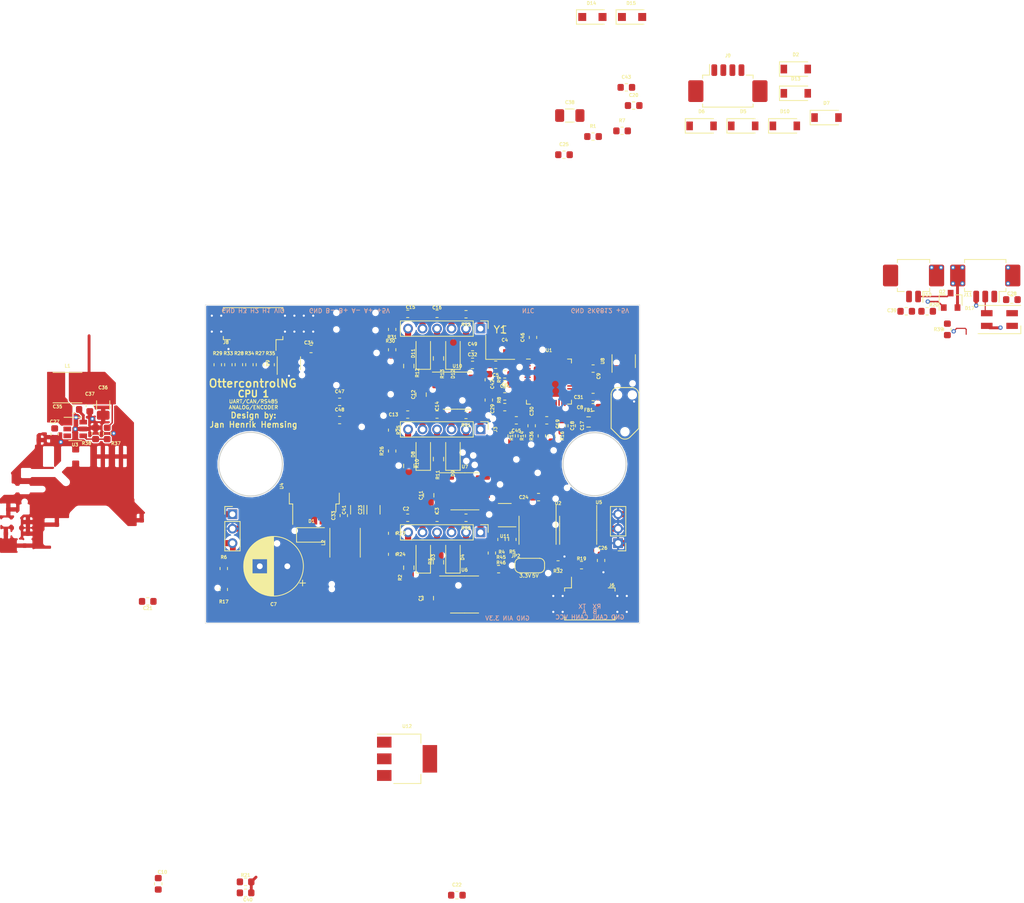
<source format=kicad_pcb>
(kicad_pcb (version 20171130) (host pcbnew 5.1.4+dfsg1-1)
  (layers (0 F.Cu signal) (1 In1.Cu mixed) (2 In2.Cu power) (31 B.Cu power) (34 B.Paste user) (35 F.Paste user) (36 B.SilkS user) (37 F.SilkS user) (38 B.Mask user) (39 F.Mask user) (44 Edge.Cuts user))
  (net 0 "")
  (net 1 IUH)
  (net 2 U)
  (net 3 IUL)
  (net 4 IVH)
  (net 5 V)
  (net 6 IVL)
  (net 7 IWH)
  (net 8 W)
  (net 9 IWL)
  (net 10 GND)
  (net 11 VIN)
  (net 12 "Net-(C2-Pad2)")
  (net 13 "Net-(C3-Pad1)")
  (net 14 VIO)
  (net 15 3V3)
  (net 16 "Net-(C13-Pad2)")
  (net 17 "Net-(C14-Pad1)")
  (net 18 "Net-(C15-Pad2)")
  (net 19 "Net-(C16-Pad1)")
  (net 20 VP)
  (net 21 UU)
  (net 22 UV)
  (net 23 UW)
  (net 24 +5V)
  (net 25 "Net-(J6-Pad1)")
  (net 26 "Net-(J8-Pad4)")
  (net 27 "Net-(J8-Pad3)")
  (net 28 "Net-(J8-Pad2)")
  (net 29 CANH)
  (net 30 CANL)
  (net 31 SK6812_OUT)
  (net 32 SWDIO)
  (net 33 SWDCL)
  (net 34 HALL1)
  (net 35 HALL2)
  (net 36 HALL3)
  (net 37 Vin_mon)
  (net 38 RS485RXTX)
  (net 39 SK6812)
  (net 40 Ain)
  (net 41 "Net-(J1-Pad1)")
  (net 42 "Net-(J2-Pad1)")
  (net 43 "Net-(J3-Pad1)")
  (net 44 NTC_EXT)
  (net 45 CANTX)
  (net 46 CANRX)
  (net 47 "Net-(U9-Pad4)")
  (net 48 "Net-(P1-Pad6)")
  (net 49 "Net-(P1-Pad3)")
  (net 50 "Net-(C40-Pad1)")
  (net 51 NTC_EXT_GND)
  (net 52 NTC_IO)
  (net 53 "Net-(U8-Pad4)")
  (net 54 "Net-(C35-Pad2)")
  (net 55 "Net-(C35-Pad1)")
  (net 56 "Net-(R32-Pad1)")
  (net 57 "Net-(R37-Pad2)")
  (net 58 "Net-(U2-Pad5)")
  (net 59 "Net-(U3-Pad3)")
  (net 60 "Net-(U11-Pad4)")
  (net 61 "Net-(C1-Pad1)")
  (net 62 "Net-(C4-Pad1)")
  (net 63 "Net-(C5-Pad1)")
  (net 64 NRST)
  (net 65 +3V3)
  (net 66 "Net-(C11-Pad1)")
  (net 67 "Net-(C12-Pad1)")
  (net 68 VDDA)
  (net 69 "Net-(C20-Pad2)")
  (net 70 +12V)
  (net 71 "Net-(D1-Pad1)")
  (net 72 "Net-(D3-Pad1)")
  (net 73 "Net-(D4-Pad1)")
  (net 74 "Net-(D5-Pad2)")
  (net 75 GPIO_BEMF)
  (net 76 "Net-(D7-Pad2)")
  (net 77 "Net-(D8-Pad1)")
  (net 78 "Net-(D9-Pad1)")
  (net 79 "Net-(D11-Pad1)")
  (net 80 "Net-(D12-Pad1)")
  (net 81 "Net-(D13-Pad2)")
  (net 82 "Net-(J1-Pad3)")
  (net 83 "Net-(J2-Pad3)")
  (net 84 "Net-(J3-Pad3)")
  (net 85 "Net-(J9-Pad3)")
  (net 86 PWM)
  (net 87 SWCLK)
  (net 88 UART_RX)
  (net 89 UART_TX)
  (net 90 "Net-(U1-Pad39)")
  (net 91 VL)
  (net 92 WH)
  (net 93 VH)
  (net 94 UH)
  (net 95 WL)
  (net 96 "Net-(U1-Pad26)")
  (net 97 "Net-(U1-Pad22)")
  (net 98 "Net-(U1-Pad18)")
  (net 99 "Net-(U1-Pad14)")
  (net 100 "Net-(U1-Pad10)")
  (net 101 "Net-(U1-Pad4)")
  (net 102 "Net-(U1-Pad3)")
  (net 103 UL)
  (net 104 "Net-(U4-Pad5)")
  (net 105 "Net-(U11-Pad1)")
  (module Crystal:Crystal_SMD_3225-4Pin_3.2x2.5mm (layer F.Cu) (at 60.725 28.875)
    (fp_text reference Y1 (at 0 -2.45) (layer F.SilkS))
    (fp_text value 8Mhz)
    (pad 4 smd rect (at -1.1 -0.85) (size 1.4 1.2) (layers F.Cu F.Paste F.Mask) (net 10 GND))
    (pad 3 smd rect (at 1.1 -0.85) (size 1.4 1.2) (layers F.Cu F.Paste F.Mask) (net 62 "Net-(C4-Pad1)"))
    (pad 2 smd rect (at 1.1 0.85) (size 1.4 1.2) (layers F.Cu F.Paste F.Mask) (net 10 GND))
    (pad 1 smd rect (at -1.1 0.85) (size 1.4 1.2) (layers F.Cu F.Paste F.Mask) (net 63 "Net-(C5-Pad1)"))
  )
  (module Capacitor_SMD:C_0603_1608Metric (layer F.Cu) (at 56.9 29.85)
    (fp_text reference C49 (at 0 -1.43) (layer F.SilkS) (effects (font (size 0.45 0.45) (thickness 0.1))))
    (fp_text value 4u7)
    (pad 2 smd roundrect (at 0.7875 0) (size 0.875 0.95) (layers F.Cu F.Paste F.Mask) (net 10 GND))
    (pad 1 smd roundrect (at -0.7875 0) (size 0.875 0.95) (layers F.Cu F.Paste F.Mask) (net 70 +12V))
  )
  (module Capacitor_SMD:C_0603_1608Metric (layer F.Cu) (at 38.55 38.91)
    (fp_text reference C48 (at 0 -1.43) (layer F.SilkS) (effects (font (size 0.45 0.45) (thickness 0.1))))
    (fp_text value 4u7)
    (pad 2 smd roundrect (at 0.7875 0) (size 0.875 0.95) (layers F.Cu F.Paste F.Mask) (net 10 GND))
    (pad 1 smd roundrect (at -0.7875 0) (size 0.875 0.95) (layers F.Cu F.Paste F.Mask) (net 70 +12V))
  )
  (module Capacitor_SMD:C_0603_1608Metric (layer F.Cu) (at 38.55 36.4)
    (fp_text reference C47 (at 0 -1.43) (layer F.SilkS) (effects (font (size 0.45 0.45) (thickness 0.1))))
    (fp_text value 4u7)
    (pad 2 smd roundrect (at 0.7875 0) (size 0.875 0.95) (layers F.Cu F.Paste F.Mask) (net 10 GND))
    (pad 1 smd roundrect (at -0.7875 0) (size 0.875 0.95) (layers F.Cu F.Paste F.Mask) (net 70 +12V))
  )
  (module Diode_SMD:D_SOD-123F (layer F.Cu) (at 78.93 -16.75)
    (fp_text reference D15 (at -0.127 -1.905) (layer F.SilkS) (effects (font (size 0.45 0.45) (thickness 0.1))))
    (fp_text value SM4007PL)
    (pad 2 smd rect (at 1.4 0) (size 1.1 1.1) (layers F.Cu F.Paste F.Mask) (net 44 NTC_EXT))
    (pad 1 smd rect (at -1.4 0) (size 1.1 1.1) (layers F.Cu F.Paste F.Mask) (net 50 "Net-(C40-Pad1)"))
  )
  (module Diode_SMD:D_SOD-123F (layer F.Cu) (at 73.45 -16.75)
    (fp_text reference D14 (at -0.127 -1.905) (layer F.SilkS) (effects (font (size 0.45 0.45) (thickness 0.1))))
    (fp_text value SM4007PL)
    (pad 2 smd rect (at 1.4 0) (size 1.1 1.1) (layers F.Cu F.Paste F.Mask) (net 10 GND))
    (pad 1 smd rect (at -1.4 0) (size 1.1 1.1) (layers F.Cu F.Paste F.Mask) (net 54 "Net-(C35-Pad2)"))
  )
  (module Package_SO:SOIC-8_3.9x4.9mm_P1.27mm (layer F.Cu) (at 54.8 34.85)
    (fp_text reference U10 (at 0 -3.4) (layer F.SilkS) (effects (font (size 0.45 0.45) (thickness 0.1))))
    (fp_text value MIC4605)
    (pad 8 smd roundrect (at 2.475 -1.905) (size 1.95 0.6) (layers F.Cu F.Paste F.Mask) (net 80 "Net-(D12-Pad1)"))
    (pad 7 smd roundrect (at 2.475 -0.635) (size 1.95 0.6) (layers F.Cu F.Paste F.Mask) (net 10 GND))
    (pad 6 smd roundrect (at 2.475 0.635) (size 1.95 0.6) (layers F.Cu F.Paste F.Mask) (net 95 WL))
    (pad 5 smd roundrect (at 2.475 1.905) (size 1.95 0.6) (layers F.Cu F.Paste F.Mask) (net 92 WH))
    (pad 4 smd roundrect (at -2.475 1.905) (size 1.95 0.6) (layers F.Cu F.Paste F.Mask) (net 8 W))
    (pad 3 smd roundrect (at -2.475 0.635) (size 1.95 0.6) (layers F.Cu F.Paste F.Mask) (net 79 "Net-(D11-Pad1)"))
    (pad 2 smd roundrect (at -2.475 -0.635) (size 1.95 0.6) (layers F.Cu F.Paste F.Mask) (net 67 "Net-(C12-Pad1)"))
    (pad 1 smd roundrect (at -2.475 -1.905) (size 1.95 0.6) (layers F.Cu F.Paste F.Mask) (net 70 +12V))
  )
  (module Package_SO:SOIC-8_3.9x4.9mm_P1.27mm (layer F.Cu) (at 55.85 48.75)
    (fp_text reference U7 (at 0 -3.4) (layer F.SilkS) (effects (font (size 0.45 0.45) (thickness 0.1))))
    (fp_text value MIC4605)
    (pad 8 smd roundrect (at 2.475 -1.905) (size 1.95 0.6) (layers F.Cu F.Paste F.Mask) (net 78 "Net-(D9-Pad1)"))
    (pad 7 smd roundrect (at 2.475 -0.635) (size 1.95 0.6) (layers F.Cu F.Paste F.Mask) (net 10 GND))
    (pad 6 smd roundrect (at 2.475 0.635) (size 1.95 0.6) (layers F.Cu F.Paste F.Mask) (net 91 VL))
    (pad 5 smd roundrect (at 2.475 1.905) (size 1.95 0.6) (layers F.Cu F.Paste F.Mask) (net 93 VH))
    (pad 4 smd roundrect (at -2.475 1.905) (size 1.95 0.6) (layers F.Cu F.Paste F.Mask) (net 5 V))
    (pad 3 smd roundrect (at -2.475 0.635) (size 1.95 0.6) (layers F.Cu F.Paste F.Mask) (net 77 "Net-(D8-Pad1)"))
    (pad 2 smd roundrect (at -2.475 -0.635) (size 1.95 0.6) (layers F.Cu F.Paste F.Mask) (net 66 "Net-(C11-Pad1)"))
    (pad 1 smd roundrect (at -2.475 -1.905) (size 1.95 0.6) (layers F.Cu F.Paste F.Mask) (net 70 +12V))
  )
  (module Package_SO:SOIC-8_3.9x4.9mm_P1.27mm (layer F.Cu) (at 55.8 63)
    (fp_text reference U6 (at 0 -3.4) (layer F.SilkS) (effects (font (size 0.45 0.45) (thickness 0.1))))
    (fp_text value MIC4605)
    (pad 8 smd roundrect (at 2.475 -1.905) (size 1.95 0.6) (layers F.Cu F.Paste F.Mask) (net 73 "Net-(D4-Pad1)"))
    (pad 7 smd roundrect (at 2.475 -0.635) (size 1.95 0.6) (layers F.Cu F.Paste F.Mask) (net 10 GND))
    (pad 6 smd roundrect (at 2.475 0.635) (size 1.95 0.6) (layers F.Cu F.Paste F.Mask) (net 103 UL))
    (pad 5 smd roundrect (at 2.475 1.905) (size 1.95 0.6) (layers F.Cu F.Paste F.Mask) (net 94 UH))
    (pad 4 smd roundrect (at -2.475 1.905) (size 1.95 0.6) (layers F.Cu F.Paste F.Mask) (net 2 U))
    (pad 3 smd roundrect (at -2.475 0.635) (size 1.95 0.6) (layers F.Cu F.Paste F.Mask) (net 72 "Net-(D3-Pad1)"))
    (pad 2 smd roundrect (at -2.475 -0.635) (size 1.95 0.6) (layers F.Cu F.Paste F.Mask) (net 61 "Net-(C1-Pad1)"))
    (pad 1 smd roundrect (at -2.475 -1.905) (size 1.95 0.6) (layers F.Cu F.Paste F.Mask) (net 70 +12V))
  )
  (module Inductor_SMD:L_Taiyo-Yuden_MD-4040 (layer F.Cu) (at 39.3 55.85 90)
    (fp_text reference L2 (at 0 -3 90) (layer F.SilkS) (effects (font (size 0.45 0.45) (thickness 0.1))))
    (fp_text value "100u 1A")
    (pad 2 smd rect (at 1.4 0 90) (size 1.2 3.7) (layers F.Cu F.Paste F.Mask) (net 70 +12V))
    (pad 1 smd rect (at -1.4 0 90) (size 1.2 3.7) (layers F.Cu F.Paste F.Mask) (net 71 "Net-(D1-Pad1)"))
  )
  (module Inductor_SMD:L_Taiyo-Yuden_MD-4040 (layer F.Cu) (at 0.97 34.43)
    (fp_text reference L1 (at 0 -3) (layer F.SilkS) (effects (font (size 0.45 0.45) (thickness 0.1))))
    (fp_text value 4u7)
    (pad 2 smd rect (at 1.4 0) (size 1.2 3.7) (layers F.Cu F.Paste F.Mask) (net 24 +5V))
    (pad 1 smd rect (at -1.4 0) (size 1.2 3.7) (layers F.Cu F.Paste F.Mask) (net 54 "Net-(C35-Pad2)"))
  )
  (module Package_TO_SOT_SMD:SOT-223-3_TabPin2 (layer F.Cu) (at 47.86 85.69)
    (fp_text reference U12 (at 0 -4.5) (layer F.SilkS) (effects (font (size 0.45 0.45) (thickness 0.1))))
    (fp_text value AMS1117-3.3)
    (pad 1 smd rect (at -3.15 -2.3) (size 2 1.5) (layers F.Cu F.Paste F.Mask) (net 10 GND))
    (pad 3 smd rect (at -3.15 2.3) (size 2 1.5) (layers F.Cu F.Paste F.Mask) (net 70 +12V))
    (pad 2 smd rect (at -3.15 0) (size 2 1.5) (layers F.Cu F.Paste F.Mask) (net 65 +3V3))
    (pad 2 smd rect (at 3.15 0) (size 2 3.8) (layers F.Cu F.Paste F.Mask) (net 65 +3V3))
  )
  (module Package_TO_SOT_SMD:TO-252-5_TabPin3 (layer F.Cu) (at 35.05 48.025 90)
    (fp_text reference U4 (at 0 -4.5 90) (layer F.SilkS) (effects (font (size 0.45 0.45) (thickness 0.1))))
    (fp_text value XL7015)
    (pad 3 smd rect (at 2.1 0 90) (size 6.4 5.8) (layers F.Cu F.Mask) (net 10 GND))
    (pad 5 smd rect (at -4.2 2.28 90) (size 2.2 0.8) (layers F.Cu F.Paste F.Mask) (net 104 "Net-(U4-Pad5)"))
    (pad 4 smd rect (at -4.2 1.14 90) (size 2.2 0.8) (layers F.Cu F.Paste F.Mask) (net 69 "Net-(C20-Pad2)"))
    (pad 3 smd rect (at -4.2 0 90) (size 2.2 0.8) (layers F.Cu F.Paste F.Mask) (net 10 GND))
    (pad 2 smd rect (at -4.2 -1.14 90) (size 2.2 0.8) (layers F.Cu F.Paste F.Mask) (net 71 "Net-(D1-Pad1)"))
    (pad 1 smd rect (at -4.2 -2.28 90) (size 2.2 0.8) (layers F.Cu F.Paste F.Mask) (net 11 VIN))
  )
  (module Package_DFN_QFN:QFN-48-1EP_6x6mm_P0.4mm_EP4.2x4.2mm (layer F.Cu) (at 67.45 33.6)
    (fp_text reference U1 (at 0 -4.32) (layer F.SilkS) (effects (font (size 0.45 0.45) (thickness 0.1))))
    (fp_text value STM32G431CBUx)
    (pad 48 smd roundrect (at -2.2 -2.95) (size 0.2 0.85) (layers F.Cu F.Paste F.Mask) (net 65 +3V3))
    (pad 47 smd roundrect (at -1.8 -2.95) (size 0.2 0.85) (layers F.Cu F.Paste F.Mask) (net 45 CANTX))
    (pad 46 smd roundrect (at -1.4 -2.95) (size 0.2 0.85) (layers F.Cu F.Paste F.Mask) (net 36 HALL3))
    (pad 45 smd roundrect (at -1 -2.95) (size 0.2 0.85) (layers F.Cu F.Paste F.Mask) (net 35 HALL2))
    (pad 44 smd roundrect (at -0.6 -2.95) (size 0.2 0.85) (layers F.Cu F.Paste F.Mask) (net 34 HALL1))
    (pad 43 smd roundrect (at -0.2 -2.95) (size 0.2 0.85) (layers F.Cu F.Paste F.Mask) (net 75 GPIO_BEMF))
    (pad 42 smd roundrect (at 0.2 -2.95) (size 0.2 0.85) (layers F.Cu F.Paste F.Mask) (net 88 UART_RX))
    (pad 41 smd roundrect (at 0.6 -2.95) (size 0.2 0.85) (layers F.Cu F.Paste F.Mask) (net 89 UART_TX))
    (pad 40 smd roundrect (at 1 -2.95) (size 0.2 0.85) (layers F.Cu F.Paste F.Mask) (net 38 RS485RXTX))
    (pad 39 smd roundrect (at 1.4 -2.95) (size 0.2 0.85) (layers F.Cu F.Paste F.Mask) (net 90 "Net-(U1-Pad39)"))
    (pad 38 smd roundrect (at 1.8 -2.95) (size 0.2 0.85) (layers F.Cu F.Paste F.Mask) (net 86 PWM))
    (pad 37 smd roundrect (at 2.2 -2.95) (size 0.2 0.85) (layers F.Cu F.Paste F.Mask) (net 87 SWCLK))
    (pad 36 smd roundrect (at 2.95 -2.2) (size 0.85 0.2) (layers F.Cu F.Paste F.Mask) (net 32 SWDIO))
    (pad 35 smd roundrect (at 2.95 -1.8) (size 0.85 0.2) (layers F.Cu F.Paste F.Mask) (net 65 +3V3))
    (pad 34 smd roundrect (at 2.95 -1.4) (size 0.85 0.2) (layers F.Cu F.Paste F.Mask) (net 91 VL))
    (pad 33 smd roundrect (at 2.95 -1) (size 0.85 0.2) (layers F.Cu F.Paste F.Mask) (net 46 CANRX))
    (pad 32 smd roundrect (at 2.95 -0.6) (size 0.85 0.2) (layers F.Cu F.Paste F.Mask) (net 92 WH))
    (pad 31 smd roundrect (at 2.95 -0.2) (size 0.85 0.2) (layers F.Cu F.Paste F.Mask) (net 93 VH))
    (pad 30 smd roundrect (at 2.95 0.2) (size 0.85 0.2) (layers F.Cu F.Paste F.Mask) (net 94 UH))
    (pad 29 smd roundrect (at 2.95 0.6) (size 0.85 0.2) (layers F.Cu F.Paste F.Mask) (net 39 SK6812))
    (pad 28 smd roundrect (at 2.95 1) (size 0.85 0.2) (layers F.Cu F.Paste F.Mask) (net 95 WL))
    (pad 27 smd roundrect (at 2.95 1.4) (size 0.85 0.2) (layers F.Cu F.Paste F.Mask) (net 52 NTC_IO))
    (pad 26 smd roundrect (at 2.95 1.8) (size 0.85 0.2) (layers F.Cu F.Paste F.Mask) (net 96 "Net-(U1-Pad26)"))
    (pad 25 smd roundrect (at 2.95 2.2) (size 0.85 0.2) (layers F.Cu F.Paste F.Mask) (net 40 Ain))
    (pad 24 smd roundrect (at 2.2 2.95) (size 0.2 0.85) (layers F.Cu F.Paste F.Mask) (net 23 UW))
    (pad 23 smd roundrect (at 1.8 2.95) (size 0.2 0.85) (layers F.Cu F.Paste F.Mask) (net 65 +3V3))
    (pad 22 smd roundrect (at 1.4 2.95) (size 0.2 0.85) (layers F.Cu F.Paste F.Mask) (net 97 "Net-(U1-Pad22)"))
    (pad 21 smd roundrect (at 1 2.95) (size 0.2 0.85) (layers F.Cu F.Paste F.Mask) (net 68 VDDA))
    (pad 20 smd roundrect (at 0.6 2.95) (size 0.2 0.85) (layers F.Cu F.Paste F.Mask) (net 68 VDDA))
    (pad 19 smd roundrect (at 0.2 2.95) (size 0.2 0.85) (layers F.Cu F.Paste F.Mask) (net 9 IWL))
    (pad 18 smd roundrect (at -0.2 2.95) (size 0.2 0.85) (layers F.Cu F.Paste F.Mask) (net 98 "Net-(U1-Pad18)"))
    (pad 17 smd roundrect (at -0.6 2.95) (size 0.2 0.85) (layers F.Cu F.Paste F.Mask) (net 7 IWH))
    (pad 16 smd roundrect (at -1 2.95) (size 0.2 0.85) (layers F.Cu F.Paste F.Mask) (net 22 UV))
    (pad 15 smd roundrect (at -1.4 2.95) (size 0.2 0.85) (layers F.Cu F.Paste F.Mask) (net 4 IVH))
    (pad 14 smd roundrect (at -1.8 2.95) (size 0.2 0.85) (layers F.Cu F.Paste F.Mask) (net 99 "Net-(U1-Pad14)"))
    (pad 13 smd roundrect (at -2.2 2.95) (size 0.2 0.85) (layers F.Cu F.Paste F.Mask) (net 6 IVL))
    (pad 12 smd roundrect (at -2.95 2.2) (size 0.85 0.2) (layers F.Cu F.Paste F.Mask) (net 21 UU))
    (pad 11 smd roundrect (at -2.95 1.8) (size 0.85 0.2) (layers F.Cu F.Paste F.Mask) (net 3 IUL))
    (pad 10 smd roundrect (at -2.95 1.4) (size 0.85 0.2) (layers F.Cu F.Paste F.Mask) (net 100 "Net-(U1-Pad10)"))
    (pad 9 smd roundrect (at -2.95 1) (size 0.85 0.2) (layers F.Cu F.Paste F.Mask) (net 1 IUH))
    (pad 8 smd roundrect (at -2.95 0.6) (size 0.85 0.2) (layers F.Cu F.Paste F.Mask) (net 37 Vin_mon))
    (pad 7 smd roundrect (at -2.95 0.2) (size 0.85 0.2) (layers F.Cu F.Paste F.Mask) (net 64 NRST))
    (pad 6 smd roundrect (at -2.95 -0.2) (size 0.85 0.2) (layers F.Cu F.Paste F.Mask) (net 63 "Net-(C5-Pad1)"))
    (pad 5 smd roundrect (at -2.95 -0.6) (size 0.85 0.2) (layers F.Cu F.Paste F.Mask) (net 62 "Net-(C4-Pad1)"))
    (pad 4 smd roundrect (at -2.95 -1) (size 0.85 0.2) (layers F.Cu F.Paste F.Mask) (net 101 "Net-(U1-Pad4)"))
    (pad 3 smd roundrect (at -2.95 -1.4) (size 0.85 0.2) (layers F.Cu F.Paste F.Mask) (net 102 "Net-(U1-Pad3)"))
    (pad 2 smd roundrect (at -2.95 -1.8) (size 0.85 0.2) (layers F.Cu F.Paste F.Mask) (net 103 UL))
    (pad 1 smd roundrect (at -2.95 -2.2) (size 0.85 0.2) (layers F.Cu F.Paste F.Mask) (net 65 +3V3))
    (pad 49 smd roundrect (at 0 0) (size 4.2 4.2) (layers F.Cu F.Mask) (roundrect_rratio 0.059524) (net 10 GND))
  )
  (module Resistor_SMD:R_0603_1608Metric (layer F.Cu) (at 56 24.3 180)
    (fp_text reference R42 (at 0 -1.43) (layer F.SilkS) (effects (font (size 0.45 0.45) (thickness 0.1))))
    (fp_text value 1.5k)
    (pad 2 smd roundrect (at 0.7875 0 180) (size 0.875 0.95) (layers F.Cu F.Paste F.Mask) (net 82 "Net-(J1-Pad3)"))
    (pad 1 smd roundrect (at -0.7875 0 180) (size 0.875 0.95) (layers F.Cu F.Paste F.Mask) (net 7 IWH))
  )
  (module Resistor_SMD:R_0603_1608Metric (layer F.Cu) (at 56 38.2 180)
    (fp_text reference R41 (at 0 -1.43) (layer F.SilkS) (effects (font (size 0.45 0.45) (thickness 0.1))))
    (fp_text value 1.5k)
    (pad 2 smd roundrect (at 0.7875 0 180) (size 0.875 0.95) (layers F.Cu F.Paste F.Mask) (net 84 "Net-(J3-Pad3)"))
    (pad 1 smd roundrect (at -0.7875 0 180) (size 0.875 0.95) (layers F.Cu F.Paste F.Mask) (net 4 IVH))
  )
  (module Resistor_SMD:R_0603_1608Metric (layer F.Cu) (at 56 52.4 180)
    (fp_text reference R40 (at 0 -1.43) (layer F.SilkS) (effects (font (size 0.45 0.45) (thickness 0.1))))
    (fp_text value 1.5k)
    (pad 2 smd roundrect (at 0.7875 0 180) (size 0.875 0.95) (layers F.Cu F.Paste F.Mask) (net 83 "Net-(J2-Pad3)"))
    (pad 1 smd roundrect (at -0.7875 0 180) (size 0.875 0.95) (layers F.Cu F.Paste F.Mask) (net 1 IUH))
  )
  (module Resistor_SMD:R_0603_1608Metric (layer F.Cu) (at 66.475 41.1 90)
    (fp_text reference R36 (at 0 -1.43 90) (layer F.SilkS) (effects (font (size 0.45 0.45) (thickness 0.1))))
    (fp_text value 2.2k)
    (pad 2 smd roundrect (at 0.7875 0 90) (size 0.875 0.95) (layers F.Cu F.Paste F.Mask) (net 7 IWH))
    (pad 1 smd roundrect (at -0.7875 0 90) (size 0.875 0.95) (layers F.Cu F.Paste F.Mask) (net 10 GND))
  )
  (module Resistor_SMD:R_0603_1608Metric (layer F.Cu) (at 45.8 43.1875 90)
    (fp_text reference R26 (at 0 -1.43 90) (layer F.SilkS) (effects (font (size 0.45 0.45) (thickness 0.1))))
    (fp_text value 4k3)
    (pad 2 smd roundrect (at 0.7875 0 90) (size 0.875 0.95) (layers F.Cu F.Paste F.Mask) (net 22 UV))
    (pad 1 smd roundrect (at -0.7875 0 90) (size 0.875 0.95) (layers F.Cu F.Paste F.Mask) (net 76 "Net-(D7-Pad2)"))
  )
  (module Resistor_SMD:R_0603_1608Metric (layer F.Cu) (at 67.85 41.1 270)
    (fp_text reference R16 (at 0 -1.43 90) (layer F.SilkS) (effects (font (size 0.45 0.45) (thickness 0.1))))
    (fp_text value 22k)
    (pad 2 smd roundrect (at 0.7875 0 270) (size 0.875 0.95) (layers F.Cu F.Paste F.Mask) (net 65 +3V3))
    (pad 1 smd roundrect (at -0.7875 0 270) (size 0.875 0.95) (layers F.Cu F.Paste F.Mask) (net 7 IWH))
  )
  (module Resistor_SMD:R_0603_1608Metric (layer F.Cu) (at 63.7 41.1 90)
    (fp_text reference R15 (at 0 -1.43 90) (layer F.SilkS) (effects (font (size 0.45 0.45) (thickness 0.1))))
    (fp_text value 2.2k)
    (pad 2 smd roundrect (at 0.7875 0 90) (size 0.875 0.95) (layers F.Cu F.Paste F.Mask) (net 4 IVH))
    (pad 1 smd roundrect (at -0.7875 0 90) (size 0.875 0.95) (layers F.Cu F.Paste F.Mask) (net 10 GND))
  )
  (module Resistor_SMD:R_0603_1608Metric (layer F.Cu) (at 62.3 41.1 270)
    (fp_text reference R14 (at 0 -1.43 90) (layer F.SilkS) (effects (font (size 0.45 0.45) (thickness 0.1))))
    (fp_text value 22k)
    (pad 2 smd roundrect (at 0.7875 0 270) (size 0.875 0.95) (layers F.Cu F.Paste F.Mask) (net 65 +3V3))
    (pad 1 smd roundrect (at -0.7875 0 270) (size 0.875 0.95) (layers F.Cu F.Paste F.Mask) (net 4 IVH))
  )
  (module Resistor_SMD:R_0603_1608Metric (layer F.Cu) (at 59.15 33.35 270)
    (fp_text reference R9 (at 0 -1.43 90) (layer F.SilkS) (effects (font (size 0.45 0.45) (thickness 0.1))))
    (fp_text value 2.2k)
    (pad 2 smd roundrect (at 0.7875 0 270) (size 0.875 0.95) (layers F.Cu F.Paste F.Mask) (net 1 IUH))
    (pad 1 smd roundrect (at -0.7875 0 270) (size 0.875 0.95) (layers F.Cu F.Paste F.Mask) (net 10 GND))
  )
  (module Resistor_SMD:R_0603_1608Metric (layer F.Cu) (at 59.15 36.15 270)
    (fp_text reference R8 (at 0 -1.43 90) (layer F.SilkS) (effects (font (size 0.45 0.45) (thickness 0.1))))
    (fp_text value 22k)
    (pad 2 smd roundrect (at 0.7875 0 270) (size 0.875 0.95) (layers F.Cu F.Paste F.Mask) (net 65 +3V3))
    (pad 1 smd roundrect (at -0.7875 0 270) (size 0.875 0.95) (layers F.Cu F.Paste F.Mask) (net 1 IUH))
  )
  (module Resistor_SMD:R_0603_1608Metric (layer F.Cu) (at 77.55 -1.02)
    (fp_text reference R7 (at 0 -1.43) (layer F.SilkS) (effects (font (size 0.45 0.45) (thickness 0.1))))
    (fp_text value 2.7k)
    (pad 2 smd roundrect (at 0.7875 0) (size 0.875 0.95) (layers F.Cu F.Paste F.Mask) (net 69 "Net-(C20-Pad2)"))
    (pad 1 smd roundrect (at -0.7875 0) (size 0.875 0.95) (layers F.Cu F.Paste F.Mask) (net 10 GND))
  )
  (module Resistor_SMD:R_0603_1608Metric (layer F.Cu) (at 73.54 -0.24)
    (fp_text reference R1 (at 0 -1.43) (layer F.SilkS) (effects (font (size 0.45 0.45) (thickness 0.1))))
    (fp_text value 22k)
    (pad 2 smd roundrect (at 0.7875 0) (size 0.875 0.95) (layers F.Cu F.Paste F.Mask) (net 70 +12V))
    (pad 1 smd roundrect (at -0.7875 0) (size 0.875 0.95) (layers F.Cu F.Paste F.Mask) (net 69 "Net-(C20-Pad2)"))
  )
  (module Connector_Molex:Molex_PicoBlade_53261-0471_1x04-1MP_P1.25mm_Horizontal (layer F.Cu) (at 92.16 -7.01)
    (fp_text reference J9 (at 0 -4.4) (layer F.SilkS) (effects (font (size 0.45 0.45) (thickness 0.1))))
    (fp_text value AIN/PWM)
    (pad MP smd roundrect (at 4.425 0.5) (size 2.1 3) (layers F.Cu F.Paste F.Mask) (roundrect_rratio 0.119048) (net 10 GND))
    (pad MP smd roundrect (at -4.425 0.5) (size 2.1 3) (layers F.Cu F.Paste F.Mask) (roundrect_rratio 0.119048) (net 10 GND))
    (pad 4 smd roundrect (at 1.875 -2.4) (size 0.8 1.6) (layers F.Cu F.Paste F.Mask) (net 10 GND))
    (pad 3 smd roundrect (at 0.625 -2.4) (size 0.8 1.6) (layers F.Cu F.Paste F.Mask) (net 85 "Net-(J9-Pad3)"))
    (pad 2 smd roundrect (at -0.625 -2.4) (size 0.8 1.6) (layers F.Cu F.Paste F.Mask) (net 86 PWM))
    (pad 1 smd roundrect (at -1.875 -2.4) (size 0.8 1.6) (layers F.Cu F.Paste F.Mask) (net 14 VIO))
  )
  (module Inductor_SMD:L_0805_2012Metric (layer F.Cu) (at 72.925 39.175)
    (fp_text reference FB1 (at 0 -1.65) (layer F.SilkS) (effects (font (size 0.45 0.45) (thickness 0.1))))
    (fp_text value FERRET)
    (pad 2 smd roundrect (at 0.9375 0) (size 0.975 1.4) (layers F.Cu F.Paste F.Mask) (net 65 +3V3))
    (pad 1 smd roundrect (at -0.9375 0) (size 0.975 1.4) (layers F.Cu F.Paste F.Mask) (net 68 VDDA))
  )
  (module Diode_SMD:D_SOD-123 (layer F.Cu) (at 101.54 -6.21)
    (fp_text reference D13 (at 0 -2) (layer F.SilkS) (effects (font (size 0.45 0.45) (thickness 0.1))))
    (fp_text value B5819W)
    (pad 2 smd rect (at 1.65 0) (size 0.9 1.2) (layers F.Cu F.Paste F.Mask) (net 81 "Net-(D13-Pad2)"))
    (pad 1 smd rect (at -1.65 0) (size 0.9 1.2) (layers F.Cu F.Paste F.Mask) (net 75 GPIO_BEMF))
  )
  (module Diode_SMD:D_SOD-123 (layer F.Cu) (at 100.03 -1.71)
    (fp_text reference D10 (at 0 -2) (layer F.SilkS) (effects (font (size 0.45 0.45) (thickness 0.1))))
    (fp_text value B5819W)
    (pad 2 smd rect (at 1.65 0) (size 0.9 1.2) (layers F.Cu F.Paste F.Mask) (net 23 UW))
    (pad 1 smd rect (at -1.65 0) (size 0.9 1.2) (layers F.Cu F.Paste F.Mask) (net 65 +3V3))
  )
  (module Diode_SMD:D_SOD-123 (layer F.Cu) (at 105.78 -2.86)
    (fp_text reference D7 (at 0 -2) (layer F.SilkS) (effects (font (size 0.45 0.45) (thickness 0.1))))
    (fp_text value B5819W)
    (pad 2 smd rect (at 1.65 0) (size 0.9 1.2) (layers F.Cu F.Paste F.Mask) (net 76 "Net-(D7-Pad2)"))
    (pad 1 smd rect (at -1.65 0) (size 0.9 1.2) (layers F.Cu F.Paste F.Mask) (net 75 GPIO_BEMF))
  )
  (module Diode_SMD:D_SOD-123 (layer F.Cu) (at 88.53 -1.71)
    (fp_text reference D6 (at 0 -2) (layer F.SilkS) (effects (font (size 0.45 0.45) (thickness 0.1))))
    (fp_text value B5819W)
    (pad 2 smd rect (at 1.65 0) (size 0.9 1.2) (layers F.Cu F.Paste F.Mask) (net 22 UV))
    (pad 1 smd rect (at -1.65 0) (size 0.9 1.2) (layers F.Cu F.Paste F.Mask) (net 65 +3V3))
  )
  (module Diode_SMD:D_SOD-123 (layer F.Cu) (at 94.28 -1.71)
    (fp_text reference D5 (at 0 -2) (layer F.SilkS) (effects (font (size 0.45 0.45) (thickness 0.1))))
    (fp_text value B5819W)
    (pad 2 smd rect (at 1.65 0) (size 0.9 1.2) (layers F.Cu F.Paste F.Mask) (net 74 "Net-(D5-Pad2)"))
    (pad 1 smd rect (at -1.65 0) (size 0.9 1.2) (layers F.Cu F.Paste F.Mask) (net 75 GPIO_BEMF))
  )
  (module Diode_SMD:D_SOD-123 (layer F.Cu) (at 101.54 -9.56)
    (fp_text reference D2 (at 0 -2) (layer F.SilkS) (effects (font (size 0.45 0.45) (thickness 0.1))))
    (fp_text value B5819W)
    (pad 2 smd rect (at 1.65 0) (size 0.9 1.2) (layers F.Cu F.Paste F.Mask) (net 21 UU))
    (pad 1 smd rect (at -1.65 0) (size 0.9 1.2) (layers F.Cu F.Paste F.Mask) (net 65 +3V3))
  )
  (module Diode_SMD:D_SOD-123F (layer F.Cu) (at 34.8 54.775)
    (fp_text reference D1 (at -0.127 -1.905) (layer F.SilkS) (effects (font (size 0.45 0.45) (thickness 0.1))))
    (fp_text value SM4007PL)
    (pad 2 smd rect (at 1.4 0) (size 1.1 1.1) (layers F.Cu F.Paste F.Mask) (net 10 GND))
    (pad 1 smd rect (at -1.4 0) (size 1.1 1.1) (layers F.Cu F.Paste F.Mask) (net 71 "Net-(D1-Pad1)"))
  )
  (module Capacitor_SMD:C_0603_1608Metric (layer F.Cu) (at 65.25 27.5 90)
    (fp_text reference C46 (at 0 -1.43 90) (layer F.SilkS) (effects (font (size 0.45 0.45) (thickness 0.1))))
    (fp_text value "100n 100V")
    (pad 2 smd roundrect (at 0.7875 0 90) (size 0.875 0.95) (layers F.Cu F.Paste F.Mask) (net 10 GND))
    (pad 1 smd roundrect (at -0.7875 0 90) (size 0.875 0.95) (layers F.Cu F.Paste F.Mask) (net 65 +3V3))
  )
  (module Capacitor_SMD:C_0603_1608Metric (layer F.Cu) (at 62.95 38.95 180)
    (fp_text reference C45 (at 0 -1.43) (layer F.SilkS) (effects (font (size 0.45 0.45) (thickness 0.1))))
    (fp_text value 100p)
    (pad 2 smd roundrect (at 0.7875 0 180) (size 0.875 0.95) (layers F.Cu F.Paste F.Mask) (net 6 IVL))
    (pad 1 smd roundrect (at -0.7875 0 180) (size 0.875 0.95) (layers F.Cu F.Paste F.Mask) (net 4 IVH))
  )
  (module Capacitor_SMD:C_0603_1608Metric (layer F.Cu) (at 61.35 35.65)
    (fp_text reference C44 (at 0 -1.43) (layer F.SilkS) (effects (font (size 0.45 0.45) (thickness 0.1))))
    (fp_text value 100p)
    (pad 2 smd roundrect (at 0.7875 0) (size 0.875 0.95) (layers F.Cu F.Paste F.Mask) (net 3 IUL))
    (pad 1 smd roundrect (at -0.7875 0) (size 0.875 0.95) (layers F.Cu F.Paste F.Mask) (net 1 IUH))
  )
  (module Capacitor_SMD:C_0603_1608Metric (layer F.Cu) (at 78.14 -7.03)
    (fp_text reference C43 (at 0 -1.43) (layer F.SilkS) (effects (font (size 0.45 0.45) (thickness 0.1))))
    (fp_text value "100n 100V")
    (pad 2 smd roundrect (at 0.7875 0) (size 0.875 0.95) (layers F.Cu F.Paste F.Mask) (net 10 GND))
    (pad 1 smd roundrect (at -0.7875 0) (size 0.875 0.95) (layers F.Cu F.Paste F.Mask) (net 70 +12V))
  )
  (module Capacitor_SMD:C_1206_3216Metric (layer F.Cu) (at 40.975 51.3 90)
    (fp_text reference C41 (at 0 -1.82 90) (layer F.SilkS) (effects (font (size 0.45 0.45) (thickness 0.1))))
    (fp_text value 10u)
    (pad 2 smd roundrect (at 1.4 0 90) (size 1.25 1.75) (layers F.Cu F.Paste F.Mask) (roundrect_rratio 0.2) (net 10 GND))
    (pad 1 smd roundrect (at -1.4 0 90) (size 1.25 1.75) (layers F.Cu F.Paste F.Mask) (roundrect_rratio 0.2) (net 70 +12V))
  )
  (module Capacitor_SMD:C_1206_3216Metric (layer F.Cu) (at 70.33 -3.14)
    (fp_text reference C38 (at 0 -1.82) (layer F.SilkS) (effects (font (size 0.45 0.45) (thickness 0.1))))
    (fp_text value 10u)
    (pad 2 smd roundrect (at 1.4 0) (size 1.25 1.75) (layers F.Cu F.Paste F.Mask) (roundrect_rratio 0.2) (net 10 GND))
    (pad 1 smd roundrect (at -1.4 0) (size 1.25 1.75) (layers F.Cu F.Paste F.Mask) (roundrect_rratio 0.2) (net 70 +12V))
  )
  (module Capacitor_SMD:C_0603_1608Metric (layer F.Cu) (at 39.125 52.1 90)
    (fp_text reference C33 (at 0 -1.43 90) (layer F.SilkS) (effects (font (size 0.45 0.45) (thickness 0.1))))
    (fp_text value 100n)
    (pad 2 smd roundrect (at 0.7875 0 90) (size 0.875 0.95) (layers F.Cu F.Paste F.Mask) (net 10 GND))
    (pad 1 smd roundrect (at -0.7875 0 90) (size 0.875 0.95) (layers F.Cu F.Paste F.Mask) (net 70 +12V))
  )
  (module Capacitor_SMD:C_0603_1608Metric (layer F.Cu) (at 56.9 31.3)
    (fp_text reference C32 (at 0 -1.43) (layer F.SilkS) (effects (font (size 0.45 0.45) (thickness 0.1))))
    (fp_text value 100n)
    (pad 2 smd roundrect (at 0.7875 0) (size 0.875 0.95) (layers F.Cu F.Paste F.Mask) (net 10 GND))
    (pad 1 smd roundrect (at -0.7875 0) (size 0.875 0.95) (layers F.Cu F.Paste F.Mask) (net 70 +12V))
  )
  (module Capacitor_SMD:C_0603_1608Metric (layer F.Cu) (at 69.53 2.27)
    (fp_text reference C25 (at 0 -1.43) (layer F.SilkS) (effects (font (size 0.45 0.45) (thickness 0.1))))
    (fp_text value 100n)
    (pad 2 smd roundrect (at 0.7875 0) (size 0.875 0.95) (layers F.Cu F.Paste F.Mask) (net 10 GND))
    (pad 1 smd roundrect (at -0.7875 0) (size 0.875 0.95) (layers F.Cu F.Paste F.Mask) (net 70 +12V))
  )
  (module Capacitor_SMD:C_1206_3216Metric (layer F.Cu) (at 43.225 51.3 90)
    (fp_text reference C23 (at 0 -1.82 90) (layer F.SilkS) (effects (font (size 0.45 0.45) (thickness 0.1))))
    (fp_text value 10u)
    (pad 2 smd roundrect (at 1.4 0 90) (size 1.25 1.75) (layers F.Cu F.Paste F.Mask) (roundrect_rratio 0.2) (net 10 GND))
    (pad 1 smd roundrect (at -1.4 0 90) (size 1.25 1.75) (layers F.Cu F.Paste F.Mask) (roundrect_rratio 0.2) (net 70 +12V))
  )
  (module Capacitor_SMD:C_0603_1608Metric (layer F.Cu) (at 54.74 104.52)
    (fp_text reference C22 (at 0 -1.43) (layer F.SilkS) (effects (font (size 0.45 0.45) (thickness 0.1))))
    (fp_text value "100n 100V")
    (pad 2 smd roundrect (at 0.7875 0) (size 0.875 0.95) (layers F.Cu F.Paste F.Mask) (net 10 GND))
    (pad 1 smd roundrect (at -0.7875 0) (size 0.875 0.95) (layers F.Cu F.Paste F.Mask) (net 70 +12V))
  )
  (module Capacitor_SMD:C_0603_1608Metric (layer F.Cu) (at 79.15 -4.52)
    (fp_text reference C20 (at 0 -1.43) (layer F.SilkS) (effects (font (size 0.45 0.45) (thickness 0.1))))
    (fp_text value 33n)
    (pad 2 smd roundrect (at 0.7875 0) (size 0.875 0.95) (layers F.Cu F.Paste F.Mask) (net 69 "Net-(C20-Pad2)"))
    (pad 1 smd roundrect (at -0.7875 0) (size 0.875 0.95) (layers F.Cu F.Paste F.Mask) (net 70 +12V))
  )
  (module Capacitor_SMD:C_0603_1608Metric (layer F.Cu) (at 69.25 39.7 270)
    (fp_text reference C18 (at 0 -1.43 90) (layer F.SilkS) (effects (font (size 0.45 0.45) (thickness 0.1))))
    (fp_text value 100n)
    (pad 2 smd roundrect (at 0.7875 0 270) (size 0.875 0.95) (layers F.Cu F.Paste F.Mask) (net 10 GND))
    (pad 1 smd roundrect (at -0.7875 0 270) (size 0.875 0.95) (layers F.Cu F.Paste F.Mask) (net 68 VDDA))
  )
  (module Capacitor_SMD:C_0603_1608Metric (layer F.Cu) (at 70.6 39.7 270)
    (fp_text reference C17 (at 0 -1.43 90) (layer F.SilkS) (effects (font (size 0.45 0.45) (thickness 0.1))))
    (fp_text value 4u7)
    (pad 2 smd roundrect (at 0.7875 0 270) (size 0.875 0.95) (layers F.Cu F.Paste F.Mask) (net 10 GND))
    (pad 1 smd roundrect (at -0.7875 0 270) (size 0.875 0.95) (layers F.Cu F.Paste F.Mask) (net 68 VDDA))
  )
  (module Capacitor_THT:CP_Radial_D8.0mm_P3.80mm (layer F.Cu) (at 31.325 59.1 180)
    (fp_text reference C7 (at 1.9 -5.25) (layer F.SilkS) (effects (font (size 0.45 0.45) (thickness 0.1))))
    (fp_text value "100u 100V")
    (pad 2 thru_hole circle (at 3.8 0 180) (size 1.6 1.6) (drill 0.8) (layers *.Cu *.Mask) (net 10 GND))
    (pad 1 thru_hole rect (at 0 0 180) (size 1.6 1.6) (drill 0.8) (layers *.Cu *.Mask) (net 11 VIN))
  )
  (module Capacitor_SMD:C_0603_1608Metric (layer F.Cu) (at 61.35 32.6 180)
    (fp_text reference C6 (at 0 -1.43) (layer F.SilkS) (effects (font (size 0.45 0.45) (thickness 0.1))))
    (fp_text value 100n)
    (pad 2 smd roundrect (at 0.7875 0 180) (size 0.875 0.95) (layers F.Cu F.Paste F.Mask) (net 10 GND))
    (pad 1 smd roundrect (at -0.7875 0 180) (size 0.875 0.95) (layers F.Cu F.Paste F.Mask) (net 64 NRST))
  )
  (module Capacitor_SMD:C_0603_1608Metric (layer F.Cu) (at 60.1 31.275 180)
    (fp_text reference C5 (at 0 -1.43) (layer F.SilkS) (effects (font (size 0.45 0.45) (thickness 0.1))))
    (fp_text value 18p)
    (pad 2 smd roundrect (at 0.7875 0 180) (size 0.875 0.95) (layers F.Cu F.Paste F.Mask) (net 10 GND))
    (pad 1 smd roundrect (at -0.7875 0 180) (size 0.875 0.95) (layers F.Cu F.Paste F.Mask) (net 63 "Net-(C5-Pad1)"))
  )
  (module Capacitor_SMD:C_0603_1608Metric (layer F.Cu) (at 61.35 26.425 180)
    (fp_text reference C4 (at 0 -1.43) (layer F.SilkS) (effects (font (size 0.45 0.45) (thickness 0.1))))
    (fp_text value 18p)
    (pad 2 smd roundrect (at 0.7875 0 180) (size 0.875 0.95) (layers F.Cu F.Paste F.Mask) (net 10 GND))
    (pad 1 smd roundrect (at -0.7875 0 180) (size 0.875 0.95) (layers F.Cu F.Paste F.Mask) (net 62 "Net-(C4-Pad1)"))
  )
  (module Package_TO_SOT_SMD:SOT-23-6 (layer F.Cu) (at 61.35 52.04 180)
    (fp_text reference U11 (at 0 -2.9) (layer F.SilkS) (effects (font (size 0.45 0.45) (thickness 0.1))))
    (fp_text value USBLC6-4)
    (pad 5 smd rect (at 1.1 0 180) (size 1.06 0.65) (layers F.Cu F.Paste F.Mask) (net 24 +5V))
    (pad 6 smd rect (at 1.1 -0.95 180) (size 1.06 0.65) (layers F.Cu F.Paste F.Mask) (net 40 Ain))
    (pad 4 smd rect (at 1.1 0.95 180) (size 1.06 0.65) (layers F.Cu F.Paste F.Mask) (net 60 "Net-(U11-Pad4)"))
    (pad 3 smd rect (at -1.1 0.95 180) (size 1.06 0.65) (layers F.Cu F.Paste F.Mask) (net 86 PWM))
    (pad 2 smd rect (at -1.1 0 180) (size 1.06 0.65) (layers F.Cu F.Paste F.Mask) (net 10 GND))
    (pad 1 smd rect (at -1.1 -0.95 180) (size 1.06 0.65) (layers F.Cu F.Paste F.Mask) (net 105 "Net-(U11-Pad1)"))
  )
  (module Package_TO_SOT_SMD:SOT-23-6 (layer F.Cu) (at 31.54 31.06 90)
    (fp_text reference U9 (at 0 -2.9 90) (layer F.SilkS) (effects (font (size 0.45 0.45) (thickness 0.1))))
    (fp_text value USBLC6-4)
    (pad 5 smd rect (at 1.1 0 90) (size 1.06 0.65) (layers F.Cu F.Paste F.Mask) (net 24 +5V))
    (pad 6 smd rect (at 1.1 -0.95 90) (size 1.06 0.65) (layers F.Cu F.Paste F.Mask) (net 34 HALL1))
    (pad 4 smd rect (at 1.1 0.95 90) (size 1.06 0.65) (layers F.Cu F.Paste F.Mask) (net 47 "Net-(U9-Pad4)"))
    (pad 3 smd rect (at -1.1 0.95 90) (size 1.06 0.65) (layers F.Cu F.Paste F.Mask) (net 36 HALL3))
    (pad 2 smd rect (at -1.1 0 90) (size 1.06 0.65) (layers F.Cu F.Paste F.Mask) (net 10 GND))
    (pad 1 smd rect (at -1.1 -0.95 90) (size 1.06 0.65) (layers F.Cu F.Paste F.Mask) (net 35 HALL2))
  )
  (module Package_TO_SOT_SMD:SOT-23-6 (layer F.Cu) (at 77.775 30.775 90)
    (fp_text reference U8 (at 0 -2.9 90) (layer F.SilkS) (effects (font (size 0.45 0.45) (thickness 0.1))))
    (fp_text value USBLC6-4)
    (pad 5 smd rect (at 1.1 0 90) (size 1.06 0.65) (layers F.Cu F.Paste F.Mask) (net 24 +5V))
    (pad 6 smd rect (at 1.1 -0.95 90) (size 1.06 0.65) (layers F.Cu F.Paste F.Mask) (net 44 NTC_EXT))
    (pad 4 smd rect (at 1.1 0.95 90) (size 1.06 0.65) (layers F.Cu F.Paste F.Mask) (net 53 "Net-(U8-Pad4)"))
    (pad 3 smd rect (at -1.1 0.95 90) (size 1.06 0.65) (layers F.Cu F.Paste F.Mask) (net 33 SWDCL))
    (pad 2 smd rect (at -1.1 0 90) (size 1.06 0.65) (layers F.Cu F.Paste F.Mask) (net 10 GND))
    (pad 1 smd rect (at -1.1 -0.95 90) (size 1.06 0.65) (layers F.Cu F.Paste F.Mask) (net 32 SWDIO))
  )
  (module Package_SO:SOIC-8_3.9x4.9mm_P1.27mm (layer F.Cu) (at 71.49 54.13 270)
    (fp_text reference U5 (at -3.86 -2.85 180) (layer F.SilkS) (effects (font (size 0.45 0.45) (thickness 0.1))))
    (fp_text value RS485)
    (pad 8 smd roundrect (at 2.475 -1.905 270) (size 1.95 0.6) (layers F.Cu F.Paste F.Mask) (net 24 +5V))
    (pad 7 smd roundrect (at 2.475 -0.635 270) (size 1.95 0.6) (layers F.Cu F.Paste F.Mask) (net 30 CANL))
    (pad 6 smd roundrect (at 2.475 0.635 270) (size 1.95 0.6) (layers F.Cu F.Paste F.Mask) (net 29 CANH))
    (pad 5 smd roundrect (at 2.475 1.905 270) (size 1.95 0.6) (layers F.Cu F.Paste F.Mask) (net 10 GND))
    (pad 4 smd roundrect (at -2.475 1.905 270) (size 1.95 0.6) (layers F.Cu F.Paste F.Mask) (net 88 UART_RX))
    (pad 3 smd roundrect (at -2.475 0.635 270) (size 1.95 0.6) (layers F.Cu F.Paste F.Mask) (net 38 RS485RXTX))
    (pad 2 smd roundrect (at -2.475 -0.635 270) (size 1.95 0.6) (layers F.Cu F.Paste F.Mask) (net 38 RS485RXTX))
    (pad 1 smd roundrect (at -2.475 -1.905 270) (size 1.95 0.6) (layers F.Cu F.Paste F.Mask) (net 89 UART_TX))
  )
  (module Package_TO_SOT_SMD:SOT-23-6 (layer F.Cu) (at 2.04 40.14)
    (fp_text reference U3 (at -0.03 2.17) (layer F.SilkS) (effects (font (size 0.45 0.45) (thickness 0.1))))
    (fp_text value ACT4088)
    (pad 5 smd rect (at 1.1 0) (size 1.06 0.65) (layers F.Cu F.Paste F.Mask) (net 10 GND))
    (pad 6 smd rect (at 1.1 -0.95) (size 1.06 0.65) (layers F.Cu F.Paste F.Mask) (net 55 "Net-(C35-Pad1)"))
    (pad 4 smd rect (at 1.1 0.95) (size 1.06 0.65) (layers F.Cu F.Paste F.Mask) (net 57 "Net-(R37-Pad2)"))
    (pad 3 smd rect (at -1.1 0.95) (size 1.06 0.65) (layers F.Cu F.Paste F.Mask) (net 59 "Net-(U3-Pad3)"))
    (pad 2 smd rect (at -1.1 0) (size 1.06 0.65) (layers F.Cu F.Paste F.Mask) (net 20 VP))
    (pad 1 smd rect (at -1.1 -0.95) (size 1.06 0.65) (layers F.Cu F.Paste F.Mask) (net 54 "Net-(C35-Pad2)"))
  )
  (module Package_SO:SOIC-8_3.9x4.9mm_P1.27mm (layer F.Cu) (at 65.88 54.13 270)
    (fp_text reference U2 (at -3.73 -2.84 180) (layer F.SilkS) (effects (font (size 0.45 0.45) (thickness 0.1))))
    (fp_text value MAX3051)
    (pad 8 smd roundrect (at 2.475 -1.905 270) (size 1.95 0.6) (layers F.Cu F.Paste F.Mask) (net 56 "Net-(R32-Pad1)"))
    (pad 7 smd roundrect (at 2.475 -0.635 270) (size 1.95 0.6) (layers F.Cu F.Paste F.Mask) (net 29 CANH))
    (pad 6 smd roundrect (at 2.475 0.635 270) (size 1.95 0.6) (layers F.Cu F.Paste F.Mask) (net 30 CANL))
    (pad 5 smd roundrect (at 2.475 1.905 270) (size 1.95 0.6) (layers F.Cu F.Paste F.Mask) (net 58 "Net-(U2-Pad5)"))
    (pad 4 smd roundrect (at -2.475 1.905 270) (size 1.95 0.6) (layers F.Cu F.Paste F.Mask) (net 46 CANRX))
    (pad 3 smd roundrect (at -2.475 0.635 270) (size 1.95 0.6) (layers F.Cu F.Paste F.Mask) (net 24 +5V))
    (pad 2 smd roundrect (at -2.475 -0.635 270) (size 1.95 0.6) (layers F.Cu F.Paste F.Mask) (net 10 GND))
    (pad 1 smd roundrect (at -2.475 -1.905 270) (size 1.95 0.6) (layers F.Cu F.Paste F.Mask) (net 45 CANTX))
  )
  (module Resistor_SMD:R_0603_1608Metric (layer F.Cu) (at 4.85 40.75 90)
    (fp_text reference R38 (at -1.36 -1.25 180) (layer F.SilkS) (effects (font (size 0.45 0.45) (thickness 0.1))))
    (fp_text value 9k1)
    (pad 2 smd roundrect (at 0.7875 0 90) (size 0.875 0.95) (layers F.Cu F.Paste F.Mask) (net 10 GND))
    (pad 1 smd roundrect (at -0.7875 0 90) (size 0.875 0.95) (layers F.Cu F.Paste F.Mask) (net 57 "Net-(R37-Pad2)"))
  )
  (module Resistor_SMD:R_0603_1608Metric (layer F.Cu) (at 6.45 40.762499 270)
    (fp_text reference R37 (at 1.367501 -1.2 180) (layer F.SilkS) (effects (font (size 0.45 0.45) (thickness 0.1))))
    (fp_text value 47k)
    (pad 2 smd roundrect (at 0.7875 0 270) (size 0.875 0.95) (layers F.Cu F.Paste F.Mask) (net 57 "Net-(R37-Pad2)"))
    (pad 1 smd roundrect (at -0.7875 0 270) (size 0.875 0.95) (layers F.Cu F.Paste F.Mask) (net 24 +5V))
  )
  (module Resistor_SMD:R_0603_1608Metric (layer F.Cu) (at 68.7125 58.85)
    (fp_text reference R32 (at -0.0025 0.91) (layer F.SilkS) (effects (font (size 0.45 0.45) (thickness 0.1))))
    (fp_text value 4k3)
    (pad 2 smd roundrect (at 0.7875 0) (size 0.875 0.95) (layers F.Cu F.Paste F.Mask) (net 10 GND))
    (pad 1 smd roundrect (at -0.7875 0) (size 0.875 0.95) (layers F.Cu F.Paste F.Mask) (net 56 "Net-(R32-Pad1)"))
  )
  (module LED_SMD:LED_SK6812MINI_PLCC4_3.5x3.5mm_P1.75mm (layer F.Cu) (at 129.66 25.03)
    (fp_text reference D17 (at -4.11 -1.56) (layer F.SilkS) (effects (font (size 0.45 0.45) (thickness 0.1))))
    (fp_text value SK6812MINI)
    (pad 1 smd rect (at -1.75 -0.875) (size 1.6 0.85) (layers F.Cu F.Paste F.Mask) (net 31 SK6812_OUT))
    (pad 2 smd rect (at -1.75 0.875) (size 1.6 0.85) (layers F.Cu F.Paste F.Mask) (net 10 GND))
    (pad 4 smd rect (at 1.75 -0.875) (size 1.6 0.85) (layers F.Cu F.Paste F.Mask) (net 24 +5V))
    (pad 3 smd rect (at 1.75 0.875) (size 1.6 0.85) (layers F.Cu F.Paste F.Mask) (net 39 SK6812))
  )
  (module Capacitor_SMD:C_0603_1608Metric (layer F.Cu) (at 4.05 36.912499 270)
    (fp_text reference C37 (at -1.612499 -0.01 180) (layer F.SilkS) (effects (font (size 0.45 0.45) (thickness 0.1))))
    (fp_text value 100n)
    (pad 2 smd roundrect (at 0.7875 0 270) (size 0.875 0.95) (layers F.Cu F.Paste F.Mask) (net 10 GND))
    (pad 1 smd roundrect (at -0.7875 0 270) (size 0.875 0.95) (layers F.Cu F.Paste F.Mask) (net 24 +5V))
  )
  (module Capacitor_SMD:C_1206_3216Metric (layer F.Cu) (at 5.9 36.840001 270)
    (fp_text reference C36 (at -2.420001 0.01 180) (layer F.SilkS) (effects (font (size 0.45 0.45) (thickness 0.1))))
    (fp_text value 10u)
    (pad 2 smd roundrect (at 1.4 0 270) (size 1.25 1.75) (layers F.Cu F.Paste F.Mask) (roundrect_rratio 0.2) (net 10 GND))
    (pad 1 smd roundrect (at -1.4 0 270) (size 1.25 1.75) (layers F.Cu F.Paste F.Mask) (roundrect_rratio 0.2) (net 24 +5V))
  )
  (module Capacitor_SMD:C_0603_1608Metric (layer F.Cu) (at 1.787501 37.45 180)
    (fp_text reference C35 (at 2.197501 0.4) (layer F.SilkS) (effects (font (size 0.45 0.45) (thickness 0.1))))
    (fp_text value 100n)
    (pad 2 smd roundrect (at 0.7875 0 180) (size 0.875 0.95) (layers F.Cu F.Paste F.Mask) (net 54 "Net-(C35-Pad2)"))
    (pad 1 smd roundrect (at -0.7875 0 180) (size 0.875 0.95) (layers F.Cu F.Paste F.Mask) (net 55 "Net-(C35-Pad1)"))
  )
  (module Capacitor_SMD:C_0603_1608Metric (layer F.Cu) (at -0.8 40.85 270)
    (fp_text reference C27 (at -1.707501 0 180) (layer F.SilkS) (effects (font (size 0.45 0.45) (thickness 0.1))))
    (fp_text value 100n)
    (pad 2 smd roundrect (at 0.7875 0 270) (size 0.875 0.95) (layers F.Cu F.Paste F.Mask) (net 10 GND))
    (pad 1 smd roundrect (at -0.7875 0 270) (size 0.875 0.95) (layers F.Cu F.Paste F.Mask) (net 20 VP))
  )
  (module Jumper:SolderJumper-3_P1.3mm_Open_RoundedPad1.0x1.5mm (layer F.Cu) (at 64.8 59)
    (fp_text reference JP2 (at -1.925 -1.325) (layer F.SilkS) (effects (font (size 0.45 0.45) (thickness 0.1))))
    (fp_text value UART)
    (pad 2 smd rect (at 0 0) (size 1 1.5) (layers F.Cu F.Mask) (net 25 "Net-(J6-Pad1)"))
    (pad 3 smd custom (at 1.3 0) (size 1 0.5) (layers F.Cu F.Mask) (net 24 +5V) (options (clearance outline) (anchor rect)) (primitives (gr_circle (center 0 0.25) (end 0.5 0.25) (width 0)) (gr_circle (center 0 -0.25) (end 0.5 -0.25) (width 0)) (gr_poly (pts (xy -0.55 -0.75) (xy 0 -0.75) (xy 0 0.75) (xy -0.55 0.75)) (width 0))))
    (pad 1 smd custom (at -1.3 0) (size 1 0.5) (layers F.Cu F.Mask) (net 14 VIO) (options (clearance outline) (anchor rect)) (primitives (gr_circle (center 0 0.25) (end 0.5 0.25) (width 0)) (gr_circle (center 0 -0.25) (end 0.5 -0.25) (width 0)) (gr_poly (pts (xy 0.55 -0.75) (xy 0 -0.75) (xy 0 0.75) (xy 0.55 0.75)) (width 0))))
  )
  (module Connector_Molex:Molex_PicoBlade_53261-0571_1x05-1MP_P1.25mm_Horizontal (layer F.Cu) (at 26.6 26.1 180)
    (fp_text reference J8 (at 3.75 -2.075 180) (layer F.SilkS) (effects (font (size 0.45 0.45) (thickness 0.1))))
    (fp_text value HALL)
    (pad MP smd roundrect (at 5.05 0.5 180) (size 2.1 3) (layers F.Cu F.Paste F.Mask) (roundrect_rratio 0.119048) (net 10 GND))
    (pad MP smd roundrect (at -5.05 0.5 180) (size 2.1 3) (layers F.Cu F.Paste F.Mask) (roundrect_rratio 0.119048) (net 10 GND))
    (pad 5 smd roundrect (at 2.5 -2.4 180) (size 0.8 1.6) (layers F.Cu F.Paste F.Mask) (net 10 GND))
    (pad 4 smd roundrect (at 1.25 -2.4 180) (size 0.8 1.6) (layers F.Cu F.Paste F.Mask) (net 26 "Net-(J8-Pad4)"))
    (pad 3 smd roundrect (at 0 -2.4 180) (size 0.8 1.6) (layers F.Cu F.Paste F.Mask) (net 27 "Net-(J8-Pad3)"))
    (pad 2 smd roundrect (at -1.25 -2.4 180) (size 0.8 1.6) (layers F.Cu F.Paste F.Mask) (net 28 "Net-(J8-Pad2)"))
    (pad 1 smd roundrect (at -2.5 -2.4 180) (size 0.8 1.6) (layers F.Cu F.Paste F.Mask) (net 24 +5V))
  )
  (module Resistor_SMD:R_0603_1608Metric (layer F.Cu) (at 22.55 62.3 270)
    (fp_text reference R17 (at 1.6875 0 180) (layer F.SilkS) (effects (font (size 0.45 0.45) (thickness 0.1))))
    (fp_text value 4k3)
    (pad 2 smd roundrect (at 0.7875 0 270) (size 0.875 0.95) (layers F.Cu F.Paste F.Mask) (net 10 GND))
    (pad 1 smd roundrect (at -0.7875 0 270) (size 0.875 0.95) (layers F.Cu F.Paste F.Mask) (net 37 Vin_mon))
  )
  (module Resistor_SMD:R_0603_1608Metric (layer F.Cu) (at 22.55 59.412499 270)
    (fp_text reference R6 (at -1.562499 0 180) (layer F.SilkS) (effects (font (size 0.45 0.45) (thickness 0.1))))
    (fp_text value 100k)
    (pad 2 smd roundrect (at 0.7875 0 270) (size 0.875 0.95) (layers F.Cu F.Paste F.Mask) (net 37 Vin_mon))
    (pad 1 smd roundrect (at -0.7875 0 270) (size 0.875 0.95) (layers F.Cu F.Paste F.Mask) (net 11 VIN))
  )
  (module Capacitor_SMD:C_0603_1608Metric (layer F.Cu) (at 61.35 33.95 180)
    (fp_text reference C42 (at 1.712501 -0.025 270) (layer F.SilkS) (effects (font (size 0.45 0.45) (thickness 0.1))))
    (fp_text value 100p)
    (pad 2 smd roundrect (at 0.7875 0 180) (size 0.875 0.95) (layers F.Cu F.Paste F.Mask) (net 10 GND))
    (pad 1 smd roundrect (at -0.7875 0 180) (size 0.875 0.95) (layers F.Cu F.Paste F.Mask) (net 37 Vin_mon))
  )
  (module Resistor_SMD:R_0603_1608Metric (layer F.Cu) (at 25.5625 102.68 180)
    (fp_text reference R21 (at 0 0.93) (layer F.SilkS) (effects (font (size 0.45 0.45) (thickness 0.1))))
    (fp_text value 1M)
    (pad 2 smd roundrect (at 0.7875 0 180) (size 0.875 0.95) (layers F.Cu F.Paste F.Mask) (net 10 GND))
    (pad 1 smd roundrect (at -0.7875 0 180) (size 0.875 0.95) (layers F.Cu F.Paste F.Mask) (net 50 "Net-(C40-Pad1)"))
  )
  (module Resistor_SMD:R_0603_1608Metric (layer F.Cu) (at 119.68 23.89 180)
    (fp_text reference R20 (at -0.92 0.89) (layer F.SilkS) (effects (font (size 0.45 0.45) (thickness 0.1))))
    (fp_text value 47k)
    (pad 2 smd roundrect (at 0.7875 0 180) (size 0.875 0.95) (layers F.Cu F.Paste F.Mask) (net 44 NTC_EXT))
    (pad 1 smd roundrect (at -0.7875 0 180) (size 0.875 0.95) (layers F.Cu F.Paste F.Mask) (net 15 3V3))
  )
  (module Package_TO_SOT_SMD:SOT-23 (layer F.Cu) (at 122.92 22.38 90)
    (fp_text reference Q2 (at 1.18 -1.17 180) (layer F.SilkS) (effects (font (size 0.45 0.45) (thickness 0.1))))
    (fp_text value Q_NMOS_GSD)
    (pad 3 smd rect (at 1 0 90) (size 0.9 0.8) (layers F.Cu F.Paste F.Mask) (net 51 NTC_EXT_GND))
    (pad 2 smd rect (at -1 0.95 90) (size 0.9 0.8) (layers F.Cu F.Paste F.Mask) (net 10 GND))
    (pad 1 smd rect (at -1 -0.95 90) (size 0.9 0.8) (layers F.Cu F.Paste F.Mask) (net 50 "Net-(C40-Pad1)"))
  )
  (module Capacitor_SMD:C_0603_1608Metric (layer F.Cu) (at 25.5625 104.2 180)
    (fp_text reference C40 (at -0.3125 -0.95) (layer F.SilkS) (effects (font (size 0.45 0.45) (thickness 0.1))))
    (fp_text value 100p)
    (pad 2 smd roundrect (at 0.7875 0 180) (size 0.875 0.95) (layers F.Cu F.Paste F.Mask) (net 10 GND))
    (pad 1 smd roundrect (at -0.7875 0 180) (size 0.875 0.95) (layers F.Cu F.Paste F.Mask) (net 50 "Net-(C40-Pad1)"))
  )
  (module Capacitor_SMD:C_0603_1608Metric (layer F.Cu) (at 116.787501 23.89 180)
    (fp_text reference C39 (at 1.987501 0.115) (layer F.SilkS) (effects (font (size 0.45 0.45) (thickness 0.1))))
    (fp_text value 100p)
    (pad 2 smd roundrect (at 0.7875 0 180) (size 0.875 0.95) (layers F.Cu F.Paste F.Mask) (net 10 GND))
    (pad 1 smd roundrect (at -0.7875 0 180) (size 0.875 0.95) (layers F.Cu F.Paste F.Mask) (net 44 NTC_EXT))
  )
  (module otter:TC2030 (layer F.Cu) (at 77.95 37.98 90)
    (fp_text reference P1 hide)
    (fp_text value TC2030-CTX-Tag-Connect hide)
    (pad "" np_thru_hole circle (at 2.54 1.016 90) (size 0.98552 0.98552) (drill 0.98552) (layers *.Cu *.Mask F.SilkS))
    (pad "" np_thru_hole circle (at 2.54 -1.016 90) (size 0.98552 0.98552) (drill 0.98552) (layers *.Cu *.Mask F.SilkS))
    (pad "" np_thru_hole circle (at -2.54 0 90) (size 0.98806 0.98806) (drill 0.98806) (layers *.Cu *.Mask F.SilkS))
    (pad 6 connect circle (at 1.27 -0.635 90) (size 0.78486 0.78486) (layers F.Cu F.Mask) (net 48 "Net-(P1-Pad6)"))
    (pad 5 connect circle (at 1.27 0.635 90) (size 0.78486 0.78486) (layers F.Cu F.Mask) (net 10 GND))
    (pad 4 connect circle (at 0 -0.635 90) (size 0.78486 0.78486) (layers F.Cu F.Mask) (net 87 SWCLK))
    (pad 3 connect circle (at 0 0.635 90) (size 0.78486 0.78486) (layers F.Cu F.Mask) (net 49 "Net-(P1-Pad3)"))
    (pad 2 connect circle (at -1.27 -0.635 90) (size 0.78486 0.78486) (layers F.Cu F.Mask) (net 32 SWDIO))
    (pad 1 connect circle (at -1.27 0.635 90) (size 0.78486 0.78486) (layers F.Cu F.Mask) (net 14 VIO))
  )
  (module Diode_SMD:D_SOD-123F (layer F.Cu) (at 54.2 29.7 90)
    (fp_text reference D12 (at -2.85 0 90) (layer F.SilkS) (effects (font (size 0.45 0.45) (thickness 0.1))))
    (fp_text value SM4007PL)
    (pad 2 smd rect (at 1.4 0 90) (size 1.1 1.1) (layers F.Cu F.Paste F.Mask) (net 19 "Net-(C16-Pad1)"))
    (pad 1 smd rect (at -1.4 0 90) (size 1.1 1.1) (layers F.Cu F.Paste F.Mask) (net 80 "Net-(D12-Pad1)"))
  )
  (module Diode_SMD:D_SOD-123F (layer F.Cu) (at 50.1 29.7 90)
    (fp_text reference D11 (at 0 -1.4 90) (layer F.SilkS) (effects (font (size 0.45 0.45) (thickness 0.1))))
    (fp_text value SM4007PL)
    (pad 2 smd rect (at 1.4 0 90) (size 1.1 1.1) (layers F.Cu F.Paste F.Mask) (net 18 "Net-(C15-Pad2)"))
    (pad 1 smd rect (at -1.4 0 90) (size 1.1 1.1) (layers F.Cu F.Paste F.Mask) (net 79 "Net-(D11-Pad1)"))
  )
  (module Diode_SMD:D_SOD-123F (layer F.Cu) (at 54.2 43.65 90)
    (fp_text reference D9 (at -2.65 0 90) (layer F.SilkS) (effects (font (size 0.45 0.45) (thickness 0.1))))
    (fp_text value SM4007PL)
    (pad 2 smd rect (at 1.4 0 90) (size 1.1 1.1) (layers F.Cu F.Paste F.Mask) (net 17 "Net-(C14-Pad1)"))
    (pad 1 smd rect (at -1.4 0 90) (size 1.1 1.1) (layers F.Cu F.Paste F.Mask) (net 78 "Net-(D9-Pad1)"))
  )
  (module Diode_SMD:D_SOD-123F (layer F.Cu) (at 50.1 43.65 90)
    (fp_text reference D8 (at 0 -1.4 90) (layer F.SilkS) (effects (font (size 0.45 0.45) (thickness 0.1))))
    (fp_text value SM4007PL)
    (pad 2 smd rect (at 1.4 0 90) (size 1.1 1.1) (layers F.Cu F.Paste F.Mask) (net 16 "Net-(C13-Pad2)"))
    (pad 1 smd rect (at -1.4 0 90) (size 1.1 1.1) (layers F.Cu F.Paste F.Mask) (net 77 "Net-(D8-Pad1)"))
  )
  (module Diode_SMD:D_SOD-123F (layer F.Cu) (at 54.2 57.85 90)
    (fp_text reference D4 (at 0 1.325 270) (layer F.SilkS) (effects (font (size 0.45 0.45) (thickness 0.1))))
    (fp_text value SM4007PL)
    (pad 2 smd rect (at 1.4 0 90) (size 1.1 1.1) (layers F.Cu F.Paste F.Mask) (net 13 "Net-(C3-Pad1)"))
    (pad 1 smd rect (at -1.4 0 90) (size 1.1 1.1) (layers F.Cu F.Paste F.Mask) (net 73 "Net-(D4-Pad1)"))
  )
  (module Diode_SMD:D_SOD-123F (layer F.Cu) (at 50.1 57.85 90)
    (fp_text reference D3 (at 0 1.35 270) (layer F.SilkS) (effects (font (size 0.45 0.45) (thickness 0.1))))
    (fp_text value SM4007PL)
    (pad 2 smd rect (at 1.4 0 90) (size 1.1 1.1) (layers F.Cu F.Paste F.Mask) (net 12 "Net-(C2-Pad2)"))
    (pad 1 smd rect (at -1.4 0 90) (size 1.1 1.1) (layers F.Cu F.Paste F.Mask) (net 72 "Net-(D3-Pad1)"))
  )
  (module Resistor_SMD:R_0603_1608Metric (layer F.Cu) (at 60.5 59.5 180)
    (fp_text reference R46 (at -0.35 0.9) (layer F.SilkS) (effects (font (size 0.45 0.45) (thickness 0.1))))
    (fp_text value 1k)
    (pad 2 smd roundrect (at 0.7875 0 180) (size 0.875 0.95) (layers F.Cu F.Paste F.Mask) (net 85 "Net-(J9-Pad3)"))
    (pad 1 smd roundrect (at -0.7875 0 180) (size 0.875 0.95) (layers F.Cu F.Paste F.Mask) (net 14 VIO))
  )
  (module Resistor_SMD:R_0603_1608Metric (layer F.Cu) (at 59.575 57.275 270)
    (fp_text reference R45 (at 0.575 -1.275 180) (layer F.SilkS) (effects (font (size 0.45 0.45) (thickness 0.1))))
    (fp_text value 100)
    (pad 2 smd roundrect (at 0.7875 0 270) (size 0.875 0.95) (layers F.Cu F.Paste F.Mask) (net 85 "Net-(J9-Pad3)"))
    (pad 1 smd roundrect (at -0.7875 0 270) (size 0.875 0.95) (layers F.Cu F.Paste F.Mask) (net 40 Ain))
  )
  (module Resistor_SMD:R_0805_2012Metric (layer F.Cu) (at 52.2 30.4 270)
    (fp_text reference R13 (at 2.137499 -0.525 270) (layer F.SilkS) (effects (font (size 0.45 0.45) (thickness 0.1))))
    (fp_text value 2)
    (pad 2 smd roundrect (at 0.9375 0 270) (size 0.975 1.4) (layers F.Cu F.Paste F.Mask) (net 80 "Net-(D12-Pad1)"))
    (pad 1 smd roundrect (at -0.9375 0 270) (size 0.975 1.4) (layers F.Cu F.Paste F.Mask) (net 19 "Net-(C16-Pad1)"))
  )
  (module Resistor_SMD:R_0805_2012Metric (layer F.Cu) (at 48.1 31.45 270)
    (fp_text reference R12 (at 0.9375 -1.175 270) (layer F.SilkS) (effects (font (size 0.45 0.45) (thickness 0.1))))
    (fp_text value 2)
    (pad 2 smd roundrect (at 0.9375 0 270) (size 0.975 1.4) (layers F.Cu F.Paste F.Mask) (net 79 "Net-(D11-Pad1)"))
    (pad 1 smd roundrect (at -0.9375 0 270) (size 0.975 1.4) (layers F.Cu F.Paste F.Mask) (net 18 "Net-(C15-Pad2)"))
  )
  (module Resistor_SMD:R_0805_2012Metric (layer F.Cu) (at 52.2 44.3 270)
    (fp_text reference R11 (at 2.175 0.1 270) (layer F.SilkS) (effects (font (size 0.45 0.45) (thickness 0.1))))
    (fp_text value 2)
    (pad 2 smd roundrect (at 0.9375 0 270) (size 0.975 1.4) (layers F.Cu F.Paste F.Mask) (net 78 "Net-(D9-Pad1)"))
    (pad 1 smd roundrect (at -0.9375 0 270) (size 0.975 1.4) (layers F.Cu F.Paste F.Mask) (net 17 "Net-(C14-Pad1)"))
  )
  (module Resistor_SMD:R_0805_2012Metric (layer F.Cu) (at 48.1 45.25 270)
    (fp_text reference R10 (at -0.325 -1.125 270) (layer F.SilkS) (effects (font (size 0.45 0.45) (thickness 0.1))))
    (fp_text value 2)
    (pad 2 smd roundrect (at 0.9375 0 270) (size 0.975 1.4) (layers F.Cu F.Paste F.Mask) (net 77 "Net-(D8-Pad1)"))
    (pad 1 smd roundrect (at -0.9375 0 270) (size 0.975 1.4) (layers F.Cu F.Paste F.Mask) (net 16 "Net-(C13-Pad2)"))
  )
  (module Resistor_SMD:R_0805_2012Metric (layer F.Cu) (at 52.2 58.55 270)
    (fp_text reference R3 (at -0.112499 1.125 90) (layer F.SilkS) (effects (font (size 0.45 0.45) (thickness 0.1))))
    (fp_text value 2)
    (pad 2 smd roundrect (at 0.9375 0 270) (size 0.975 1.4) (layers F.Cu F.Paste F.Mask) (net 73 "Net-(D4-Pad1)"))
    (pad 1 smd roundrect (at -0.9375 0 270) (size 0.975 1.4) (layers F.Cu F.Paste F.Mask) (net 13 "Net-(C3-Pad1)"))
  )
  (module Resistor_SMD:R_0805_2012Metric (layer F.Cu) (at 48.1 59.3 270)
    (fp_text reference R2 (at 1.375 1.2 90) (layer F.SilkS) (effects (font (size 0.45 0.45) (thickness 0.1))))
    (fp_text value 2)
    (pad 2 smd roundrect (at 0.9375 0 270) (size 0.975 1.4) (layers F.Cu F.Paste F.Mask) (net 72 "Net-(D3-Pad1)"))
    (pad 1 smd roundrect (at -0.9375 0 270) (size 0.975 1.4) (layers F.Cu F.Paste F.Mask) (net 12 "Net-(C2-Pad2)"))
  )
  (module otter:PinHeader_1x03_P2.00mm_Vertical_COMBI (layer F.Cu) (at 23.75 51.91)
    (fp_text reference J5 hide)
    (fp_text value VIN)
    (pad 3 smd rect (at -1.2 4) (size 2.35 0.85) (layers F.Cu F.Paste F.Mask) (net 11 VIN))
    (pad 2 smd rect (at 1.2 2) (size 2.35 0.85) (layers F.Cu F.Paste F.Mask) (net 10 GND))
    (pad 1 smd rect (at -1.2 0) (size 2.35 0.85) (layers F.Cu F.Paste F.Mask) (net 44 NTC_EXT))
    (pad 1 thru_hole rect (at 0 0) (size 1.35 1.35) (drill 0.8) (layers *.Cu *.Mask) (net 44 NTC_EXT))
    (pad 2 thru_hole oval (at 0 2) (size 1.35 1.35) (drill 0.8) (layers *.Cu *.Mask) (net 10 GND))
    (pad 3 thru_hole oval (at 0 4) (size 1.35 1.35) (drill 0.8) (layers *.Cu *.Mask) (net 11 VIN))
  )
  (module otter:PinHeader_1x03_P2.00mm_Vertical_COMBI (layer F.Cu) (at 77 55.91 180)
    (fp_text reference J4 hide)
    (fp_text value GND)
    (pad 3 smd rect (at -1.2 4 180) (size 2.35 0.85) (layers F.Cu F.Paste F.Mask) (net 10 GND))
    (pad 2 smd rect (at 1.2 2 180) (size 2.35 0.85) (layers F.Cu F.Paste F.Mask) (net 10 GND))
    (pad 1 smd rect (at -1.2 0 180) (size 2.35 0.85) (layers F.Cu F.Paste F.Mask) (net 10 GND))
    (pad 1 thru_hole rect (at 0 0 180) (size 1.35 1.35) (drill 0.8) (layers *.Cu *.Mask) (net 10 GND))
    (pad 2 thru_hole oval (at 0 2 180) (size 1.35 1.35) (drill 0.8) (layers *.Cu *.Mask) (net 10 GND))
    (pad 3 thru_hole oval (at 0 4 180) (size 1.35 1.35) (drill 0.8) (layers *.Cu *.Mask) (net 10 GND))
  )
  (module otter:PinHeader_1x06_P2.00mm_Vertical_COMBI (layer F.Cu) (at 58 40.2 270)
    (fp_text reference J3 (at 0 -2.06 270) (layer F.SilkS) (effects (font (size 0.45 0.45) (thickness 0.1))))
    (fp_text value V)
    (pad 1 smd rect (at -1.2 0 270) (size 2.35 0.85) (layers F.Cu F.Paste F.Mask) (net 43 "Net-(J3-Pad1)"))
    (pad 2 smd rect (at 1.2 2 270) (size 2.35 0.85) (layers F.Cu F.Paste F.Mask) (net 6 IVL))
    (pad 3 smd rect (at -1.2 4 270) (size 2.35 0.85) (layers F.Cu F.Paste F.Mask) (net 84 "Net-(J3-Pad3)"))
    (pad 4 smd rect (at 1.2 6 270) (size 2.35 0.85) (layers F.Cu F.Paste F.Mask) (net 17 "Net-(C14-Pad1)"))
    (pad 5 smd rect (at -1.2 8 270) (size 2.35 0.85) (layers F.Cu F.Paste F.Mask) (net 16 "Net-(C13-Pad2)"))
    (pad 6 smd rect (at 1.2 10 270) (size 2.35 0.85) (layers F.Cu F.Paste F.Mask) (net 5 V))
    (pad 6 thru_hole oval (at 0 10 270) (size 1.35 1.35) (drill 0.8) (layers *.Cu *.Mask) (net 5 V))
    (pad 5 thru_hole oval (at 0 8 270) (size 1.35 1.35) (drill 0.8) (layers *.Cu *.Mask) (net 16 "Net-(C13-Pad2)"))
    (pad 4 thru_hole oval (at 0 6 270) (size 1.35 1.35) (drill 0.8) (layers *.Cu *.Mask) (net 17 "Net-(C14-Pad1)"))
    (pad 3 thru_hole oval (at 0 4 270) (size 1.35 1.35) (drill 0.8) (layers *.Cu *.Mask) (net 84 "Net-(J3-Pad3)"))
    (pad 2 thru_hole oval (at 0 2 270) (size 1.35 1.35) (drill 0.8) (layers *.Cu *.Mask) (net 6 IVL))
    (pad 1 thru_hole rect (at 0 0 270) (size 1.35 1.35) (drill 0.8) (layers *.Cu *.Mask) (net 43 "Net-(J3-Pad1)"))
  )
  (module otter:PinHeader_1x06_P2.00mm_Vertical_COMBI (layer F.Cu) (at 58 54.42 270)
    (fp_text reference J2 hide)
    (fp_text value U)
    (pad 1 smd rect (at -1.2 0 270) (size 2.35 0.85) (layers F.Cu F.Paste F.Mask) (net 42 "Net-(J2-Pad1)"))
    (pad 2 smd rect (at 1.2 2 270) (size 2.35 0.85) (layers F.Cu F.Paste F.Mask) (net 3 IUL))
    (pad 3 smd rect (at -1.2 4 270) (size 2.35 0.85) (layers F.Cu F.Paste F.Mask) (net 83 "Net-(J2-Pad3)"))
    (pad 4 smd rect (at 1.2 6 270) (size 2.35 0.85) (layers F.Cu F.Paste F.Mask) (net 13 "Net-(C3-Pad1)"))
    (pad 5 smd rect (at -1.2 8 270) (size 2.35 0.85) (layers F.Cu F.Paste F.Mask) (net 12 "Net-(C2-Pad2)"))
    (pad 6 smd rect (at 1.2 10 270) (size 2.35 0.85) (layers F.Cu F.Paste F.Mask) (net 2 U))
    (pad 6 thru_hole oval (at 0 10 270) (size 1.35 1.35) (drill 0.8) (layers *.Cu *.Mask) (net 2 U))
    (pad 5 thru_hole oval (at 0 8 270) (size 1.35 1.35) (drill 0.8) (layers *.Cu *.Mask) (net 12 "Net-(C2-Pad2)"))
    (pad 4 thru_hole oval (at 0 6 270) (size 1.35 1.35) (drill 0.8) (layers *.Cu *.Mask) (net 13 "Net-(C3-Pad1)"))
    (pad 3 thru_hole oval (at 0 4 270) (size 1.35 1.35) (drill 0.8) (layers *.Cu *.Mask) (net 83 "Net-(J2-Pad3)"))
    (pad 2 thru_hole oval (at 0 2 270) (size 1.35 1.35) (drill 0.8) (layers *.Cu *.Mask) (net 3 IUL))
    (pad 1 thru_hole rect (at 0 0 270) (size 1.35 1.35) (drill 0.8) (layers *.Cu *.Mask) (net 42 "Net-(J2-Pad1)"))
  )
  (module otter:PinHeader_1x06_P2.00mm_Vertical_COMBI (layer F.Cu) (at 58 26.28 270)
    (fp_text reference J1 hide)
    (fp_text value W)
    (pad 1 smd rect (at -1.2 0 270) (size 2.35 0.85) (layers F.Cu F.Paste F.Mask) (net 41 "Net-(J1-Pad1)"))
    (pad 2 smd rect (at 1.2 2 270) (size 2.35 0.85) (layers F.Cu F.Paste F.Mask) (net 9 IWL))
    (pad 3 smd rect (at -1.2 4 270) (size 2.35 0.85) (layers F.Cu F.Paste F.Mask) (net 82 "Net-(J1-Pad3)"))
    (pad 4 smd rect (at 1.2 6 270) (size 2.35 0.85) (layers F.Cu F.Paste F.Mask) (net 19 "Net-(C16-Pad1)"))
    (pad 5 smd rect (at -1.2 8 270) (size 2.35 0.85) (layers F.Cu F.Paste F.Mask) (net 18 "Net-(C15-Pad2)"))
    (pad 6 smd rect (at 1.2 10 270) (size 2.35 0.85) (layers F.Cu F.Paste F.Mask) (net 8 W))
    (pad 6 thru_hole oval (at 0 10 270) (size 1.35 1.35) (drill 0.8) (layers *.Cu *.Mask) (net 8 W))
    (pad 5 thru_hole oval (at 0 8 270) (size 1.35 1.35) (drill 0.8) (layers *.Cu *.Mask) (net 18 "Net-(C15-Pad2)"))
    (pad 4 thru_hole oval (at 0 6 270) (size 1.35 1.35) (drill 0.8) (layers *.Cu *.Mask) (net 19 "Net-(C16-Pad1)"))
    (pad 3 thru_hole oval (at 0 4 270) (size 1.35 1.35) (drill 0.8) (layers *.Cu *.Mask) (net 82 "Net-(J1-Pad3)"))
    (pad 2 thru_hole oval (at 0 2 270) (size 1.35 1.35) (drill 0.8) (layers *.Cu *.Mask) (net 9 IWL))
    (pad 1 thru_hole rect (at 0 0 270) (size 1.35 1.35) (drill 0.8) (layers *.Cu *.Mask) (net 41 "Net-(J1-Pad1)"))
  )
  (module Resistor_SMD:R_0603_1608Metric (layer F.Cu) (at 122.47 26.39 90)
    (fp_text reference R39 (at 0 -1.22 180) (layer F.SilkS) (effects (font (size 0.45 0.45) (thickness 0.1))))
    (fp_text value 100)
    (pad 2 smd roundrect (at 0.7875 0 90) (size 0.875 0.95) (layers F.Cu F.Paste F.Mask) (net 44 NTC_EXT))
    (pad 1 smd roundrect (at -0.7875 0 90) (size 0.875 0.95) (layers F.Cu F.Paste F.Mask) (net 52 NTC_IO))
  )
  (module Resistor_SMD:R_0603_1608Metric (layer F.Cu) (at 29.02 31.27 90)
    (fp_text reference R35 (at 1.57 -0.02 180) (layer F.SilkS) (effects (font (size 0.45 0.45) (thickness 0.1))))
    (fp_text value 1k)
    (pad 2 smd roundrect (at 0.7875 0 90) (size 0.875 0.95) (layers F.Cu F.Paste F.Mask) (net 28 "Net-(J8-Pad2)"))
    (pad 1 smd roundrect (at -0.7875 0 90) (size 0.875 0.95) (layers F.Cu F.Paste F.Mask) (net 14 VIO))
  )
  (module Resistor_SMD:R_0603_1608Metric (layer F.Cu) (at 26.09 31.265 90)
    (fp_text reference R34 (at 1.565 0.01 180) (layer F.SilkS) (effects (font (size 0.45 0.45) (thickness 0.1))))
    (fp_text value 1k)
    (pad 2 smd roundrect (at 0.7875 0 90) (size 0.875 0.95) (layers F.Cu F.Paste F.Mask) (net 27 "Net-(J8-Pad3)"))
    (pad 1 smd roundrect (at -0.7875 0 90) (size 0.875 0.95) (layers F.Cu F.Paste F.Mask) (net 14 VIO))
  )
  (module Resistor_SMD:R_0603_1608Metric (layer F.Cu) (at 23.185 31.27 90)
    (fp_text reference R33 (at 1.57 -0.01 180) (layer F.SilkS) (effects (font (size 0.45 0.45) (thickness 0.1))))
    (fp_text value 1k)
    (pad 2 smd roundrect (at 0.7875 0 90) (size 0.875 0.95) (layers F.Cu F.Paste F.Mask) (net 26 "Net-(J8-Pad4)"))
    (pad 1 smd roundrect (at -0.7875 0 90) (size 0.875 0.95) (layers F.Cu F.Paste F.Mask) (net 14 VIO))
  )
  (module Resistor_SMD:R_0603_1608Metric (layer F.Cu) (at 45.8 29.2 90)
    (fp_text reference R31 (at 1.75 0 180) (layer F.SilkS) (effects (font (size 0.45 0.45) (thickness 0.1))))
    (fp_text value 4k3)
    (pad 2 smd roundrect (at 0.7875 0 90) (size 0.875 0.95) (layers F.Cu F.Paste F.Mask) (net 23 UW))
    (pad 1 smd roundrect (at -0.7875 0 90) (size 0.875 0.95) (layers F.Cu F.Paste F.Mask) (net 81 "Net-(D13-Pad2)"))
  )
  (module Resistor_SMD:R_0603_1608Metric (layer F.Cu) (at 45.8 26.4 90)
    (fp_text reference R30 (at -1.587501 -0.25 180) (layer F.SilkS) (effects (font (size 0.45 0.45) (thickness 0.1))))
    (fp_text value 100k)
    (pad 2 smd roundrect (at 0.7875 0 90) (size 0.875 0.95) (layers F.Cu F.Paste F.Mask) (net 8 W))
    (pad 1 smd roundrect (at -0.7875 0 90) (size 0.875 0.95) (layers F.Cu F.Paste F.Mask) (net 23 UW))
  )
  (module Resistor_SMD:R_0603_1608Metric (layer F.Cu) (at 21.72 31.27 270)
    (fp_text reference R29 (at -1.57 0.02) (layer F.SilkS) (effects (font (size 0.45 0.45) (thickness 0.1))))
    (fp_text value 100)
    (pad 2 smd roundrect (at 0.7875 0 270) (size 0.875 0.95) (layers F.Cu F.Paste F.Mask) (net 36 HALL3))
    (pad 1 smd roundrect (at -0.7875 0 270) (size 0.875 0.95) (layers F.Cu F.Paste F.Mask) (net 26 "Net-(J8-Pad4)"))
  )
  (module Resistor_SMD:R_0603_1608Metric (layer F.Cu) (at 24.64 31.262499 270)
    (fp_text reference R28 (at -1.562499 -0.01) (layer F.SilkS) (effects (font (size 0.45 0.45) (thickness 0.1))))
    (fp_text value 100)
    (pad 2 smd roundrect (at 0.7875 0 270) (size 0.875 0.95) (layers F.Cu F.Paste F.Mask) (net 35 HALL2))
    (pad 1 smd roundrect (at -0.7875 0 270) (size 0.875 0.95) (layers F.Cu F.Paste F.Mask) (net 27 "Net-(J8-Pad3)"))
  )
  (module Resistor_SMD:R_0603_1608Metric (layer F.Cu) (at 27.55 31.267499 270)
    (fp_text reference R27 (at -1.567499 0) (layer F.SilkS) (effects (font (size 0.45 0.45) (thickness 0.1))))
    (fp_text value 100)
    (pad 2 smd roundrect (at 0.7875 0 270) (size 0.875 0.95) (layers F.Cu F.Paste F.Mask) (net 34 HALL1))
    (pad 1 smd roundrect (at -0.7875 0 270) (size 0.875 0.95) (layers F.Cu F.Paste F.Mask) (net 28 "Net-(J8-Pad2)"))
  )
  (module Resistor_SMD:R_0603_1608Metric (layer F.Cu) (at 45.8 40.3 270)
    (fp_text reference R25 (at 0 -0.875 90) (layer F.SilkS) (effects (font (size 0.45 0.45) (thickness 0.1))))
    (fp_text value 100k)
    (pad 2 smd roundrect (at 0.7875 0 270) (size 0.875 0.95) (layers F.Cu F.Paste F.Mask) (net 22 UV))
    (pad 1 smd roundrect (at -0.7875 0 270) (size 0.875 0.95) (layers F.Cu F.Paste F.Mask) (net 5 V))
  )
  (module Resistor_SMD:R_0603_1608Metric (layer F.Cu) (at 45.8 57.45 270)
    (fp_text reference R24 (at 0 -1.2 180) (layer F.SilkS) (effects (font (size 0.45 0.45) (thickness 0.1))))
    (fp_text value 4k3)
    (pad 2 smd roundrect (at 0.7875 0 270) (size 0.875 0.95) (layers F.Cu F.Paste F.Mask) (net 21 UU))
    (pad 1 smd roundrect (at -0.7875 0 270) (size 0.875 0.95) (layers F.Cu F.Paste F.Mask) (net 74 "Net-(D5-Pad2)"))
  )
  (module Resistor_SMD:R_0603_1608Metric (layer F.Cu) (at 45.8 54.55 270)
    (fp_text reference R23 (at 0 -1.175 180) (layer F.SilkS) (effects (font (size 0.45 0.45) (thickness 0.1))))
    (fp_text value 100k)
    (pad 2 smd roundrect (at 0.7875 0 270) (size 0.875 0.95) (layers F.Cu F.Paste F.Mask) (net 21 UU))
    (pad 1 smd roundrect (at -0.7875 0 270) (size 0.875 0.95) (layers F.Cu F.Paste F.Mask) (net 2 U))
  )
  (module Resistor_SMD:R_0603_1608Metric (layer F.Cu) (at 71.95 58.95)
    (fp_text reference R19 (at 0 -0.9) (layer F.SilkS) (effects (font (size 0.45 0.45) (thickness 0.1))))
    (fp_text value 60)
    (pad 2 smd roundrect (at 0.7875 0) (size 0.875 0.95) (layers F.Cu F.Paste F.Mask) (net 30 CANL))
    (pad 1 smd roundrect (at -0.7875 0) (size 0.875 0.95) (layers F.Cu F.Paste F.Mask) (net 29 CANH))
  )
  (module Resistor_SMD:R_0603_1608Metric (layer F.Cu) (at 62.4 55.4 90)
    (fp_text reference R5 (at -1.7 0 180) (layer F.SilkS) (effects (font (size 0.45 0.45) (thickness 0.1))))
    (fp_text value 100)
    (pad 2 smd roundrect (at 0.7875 0 90) (size 0.875 0.95) (layers F.Cu F.Paste F.Mask) (net 89 UART_TX))
    (pad 1 smd roundrect (at -0.7875 0 90) (size 0.875 0.95) (layers F.Cu F.Paste F.Mask) (net 30 CANL))
  )
  (module Resistor_SMD:R_0603_1608Metric (layer F.Cu) (at 60.9 55.4 90)
    (fp_text reference R4 (at -1.725 0.025 180) (layer F.SilkS) (effects (font (size 0.45 0.45) (thickness 0.1))))
    (fp_text value 100)
    (pad 2 smd roundrect (at 0.7875 0 90) (size 0.875 0.95) (layers F.Cu F.Paste F.Mask) (net 88 UART_RX))
    (pad 1 smd roundrect (at -0.7875 0 90) (size 0.875 0.95) (layers F.Cu F.Paste F.Mask) (net 29 CANH))
  )
  (module Connector_Molex:Molex_PicoBlade_53261-0371_1x03-1MP_P1.25mm_Horizontal (layer F.Cu) (at 127.7 19.45 180)
    (fp_text reference J11 (at 2.4 -2.15 180) (layer F.SilkS) (effects (font (size 0.45 0.45) (thickness 0.1))))
    (fp_text value LED)
    (pad MP smd roundrect (at 3.8 0.5 180) (size 2.1 3) (layers F.Cu F.Paste F.Mask) (roundrect_rratio 0.119048) (net 10 GND))
    (pad MP smd roundrect (at -3.8 0.5 180) (size 2.1 3) (layers F.Cu F.Paste F.Mask) (roundrect_rratio 0.119048) (net 10 GND))
    (pad 3 smd roundrect (at 1.25 -2.4 180) (size 0.8 1.6) (layers F.Cu F.Paste F.Mask) (net 10 GND))
    (pad 2 smd roundrect (at 0 -2.4 180) (size 0.8 1.6) (layers F.Cu F.Paste F.Mask) (net 31 SK6812_OUT))
    (pad 1 smd roundrect (at -1.25 -2.4 180) (size 0.8 1.6) (layers F.Cu F.Paste F.Mask) (net 24 +5V))
  )
  (module Connector_Molex:Molex_PicoBlade_53261-0271_1x02-1MP_P1.25mm_Horizontal (layer F.Cu) (at 117.8 19.45 180)
    (fp_text reference J10 (at -1.9 -2.15 180) (layer F.SilkS) (effects (font (size 0.45 0.45) (thickness 0.1))))
    (fp_text value NTC)
    (pad MP smd roundrect (at 3.175 0.5 180) (size 2.1 3) (layers F.Cu F.Paste F.Mask) (roundrect_rratio 0.119048) (net 10 GND))
    (pad MP smd roundrect (at -3.175 0.5 180) (size 2.1 3) (layers F.Cu F.Paste F.Mask) (roundrect_rratio 0.119048) (net 10 GND))
    (pad 2 smd roundrect (at 0.625 -2.4 180) (size 0.8 1.6) (layers F.Cu F.Paste F.Mask) (net 44 NTC_EXT))
    (pad 1 smd roundrect (at -0.625 -2.4 180) (size 0.8 1.6) (layers F.Cu F.Paste F.Mask) (net 51 NTC_EXT_GND))
  )
  (module Connector_Molex:Molex_PicoBlade_53261-0471_1x04-1MP_P1.25mm_Horizontal (layer F.Cu) (at 73.1 63.8)
    (fp_text reference J6 (at 3.025 -2.075) (layer F.SilkS) (effects (font (size 0.45 0.45) (thickness 0.1))))
    (fp_text value UART)
    (pad MP smd roundrect (at 4.425 0.5) (size 2.1 3) (layers F.Cu F.Paste F.Mask) (roundrect_rratio 0.119048) (net 10 GND))
    (pad MP smd roundrect (at -4.425 0.5) (size 2.1 3) (layers F.Cu F.Paste F.Mask) (roundrect_rratio 0.119048) (net 10 GND))
    (pad 4 smd roundrect (at 1.875 -2.4) (size 0.8 1.6) (layers F.Cu F.Paste F.Mask) (net 10 GND))
    (pad 3 smd roundrect (at 0.625 -2.4) (size 0.8 1.6) (layers F.Cu F.Paste F.Mask) (net 30 CANL))
    (pad 2 smd roundrect (at -0.625 -2.4) (size 0.8 1.6) (layers F.Cu F.Paste F.Mask) (net 29 CANH))
    (pad 1 smd roundrect (at -1.875 -2.4) (size 0.8 1.6) (layers F.Cu F.Paste F.Mask) (net 25 "Net-(J6-Pad1)"))
  )
  (module Capacitor_SMD:C_0603_1608Metric (layer F.Cu) (at 34.6 29.1)
    (fp_text reference C34 (at -0.3 -0.875) (layer F.SilkS) (effects (font (size 0.45 0.45) (thickness 0.1))))
    (fp_text value 100n)
    (pad 2 smd roundrect (at 0.7875 0) (size 0.875 0.95) (layers F.Cu F.Paste F.Mask) (net 10 GND))
    (pad 1 smd roundrect (at -0.7875 0) (size 0.875 0.95) (layers F.Cu F.Paste F.Mask) (net 65 +3V3))
  )
  (module Capacitor_SMD:C_0603_1608Metric (layer F.Cu) (at 73.55 35.725)
    (fp_text reference C31 (at -2 0.03) (layer F.SilkS) (effects (font (size 0.45 0.45) (thickness 0.1))))
    (fp_text value 100p)
    (pad 2 smd roundrect (at 0.7875 0) (size 0.875 0.95) (layers F.Cu F.Paste F.Mask) (net 10 GND))
    (pad 1 smd roundrect (at -0.7875 0) (size 0.875 0.95) (layers F.Cu F.Paste F.Mask) (net 23 UW))
  )
  (module Capacitor_SMD:C_0603_1608Metric (layer F.Cu) (at 65.065 39.7 270)
    (fp_text reference C30 (at -2 -0.01 90) (layer F.SilkS) (effects (font (size 0.45 0.45) (thickness 0.1))))
    (fp_text value 100p)
    (pad 2 smd roundrect (at 0.7875 0 270) (size 0.875 0.95) (layers F.Cu F.Paste F.Mask) (net 10 GND))
    (pad 1 smd roundrect (at -0.7875 0 270) (size 0.875 0.95) (layers F.Cu F.Paste F.Mask) (net 22 UV))
  )
  (module Capacitor_SMD:C_0603_1608Metric (layer F.Cu) (at 61.35 37.125 180)
    (fp_text reference C29 (at 1.7 -0.225 270) (layer F.SilkS) (effects (font (size 0.45 0.45) (thickness 0.1))))
    (fp_text value 100p)
    (pad 2 smd roundrect (at 0.7875 0 180) (size 0.875 0.95) (layers F.Cu F.Paste F.Mask) (net 10 GND))
    (pad 1 smd roundrect (at -0.7875 0 180) (size 0.875 0.95) (layers F.Cu F.Paste F.Mask) (net 21 UU))
  )
  (module Capacitor_SMD:C_0603_1608Metric (layer F.Cu) (at 131.377501 22.28)
    (fp_text reference C28 (at 0 -0.83) (layer F.SilkS) (effects (font (size 0.45 0.45) (thickness 0.1))))
    (fp_text value 100n)
    (pad 2 smd roundrect (at 0.7875 0) (size 0.875 0.95) (layers F.Cu F.Paste F.Mask) (net 10 GND))
    (pad 1 smd roundrect (at -0.7875 0) (size 0.875 0.95) (layers F.Cu F.Paste F.Mask) (net 65 +3V3))
  )
  (module Capacitor_SMD:C_0603_1608Metric (layer F.Cu) (at 74.65 58.3 270)
    (fp_text reference C26 (at -1.725 -0.225 180) (layer F.SilkS) (effects (font (size 0.45 0.45) (thickness 0.1))))
    (fp_text value 100n)
    (pad 2 smd roundrect (at 0.7875 0 270) (size 0.875 0.95) (layers F.Cu F.Paste F.Mask) (net 10 GND))
    (pad 1 smd roundrect (at -0.7875 0 270) (size 0.875 0.95) (layers F.Cu F.Paste F.Mask) (net 65 +3V3))
  )
  (module Capacitor_SMD:C_0603_1608Metric (layer F.Cu) (at 66.0125 49.55)
    (fp_text reference C24 (at -2.0375 0.025) (layer F.SilkS) (effects (font (size 0.45 0.45) (thickness 0.1))))
    (fp_text value 100n)
    (pad 2 smd roundrect (at 0.7875 0) (size 0.875 0.95) (layers F.Cu F.Paste F.Mask) (net 10 GND))
    (pad 1 smd roundrect (at -0.7875 0) (size 0.875 0.95) (layers F.Cu F.Paste F.Mask) (net 65 +3V3))
  )
  (module Capacitor_SMD:C_0603_1608Metric (layer F.Cu) (at 12.05 63.95)
    (fp_text reference C21 (at 0 0.95) (layer F.SilkS) (effects (font (size 0.45 0.45) (thickness 0.1))))
    (fp_text value "100n 100V")
    (pad 2 smd roundrect (at 0.7875 0) (size 0.875 0.95) (layers F.Cu F.Paste F.Mask) (net 10 GND))
    (pad 1 smd roundrect (at -0.7875 0) (size 0.875 0.95) (layers F.Cu F.Paste F.Mask) (net 11 VIN))
  )
  (module Capacitor_SMD:C_0603_1608Metric (layer F.Cu) (at 67.15 38.95)
    (fp_text reference C19 (at 1.51 0.5 270) (layer F.SilkS) (effects (font (size 0.45 0.45) (thickness 0.1))))
    (fp_text value 100p)
    (pad 2 smd roundrect (at 0.7875 0) (size 0.875 0.95) (layers F.Cu F.Paste F.Mask) (net 9 IWL))
    (pad 1 smd roundrect (at -0.7875 0) (size 0.875 0.95) (layers F.Cu F.Paste F.Mask) (net 7 IWH))
  )
  (module Capacitor_SMD:C_0603_1608Metric (layer F.Cu) (at 52 24.25)
    (fp_text reference C16 (at 0 -0.875) (layer F.SilkS) (effects (font (size 0.45 0.45) (thickness 0.1))))
    (fp_text value DNP)
    (pad 2 smd roundrect (at 0.7875 0) (size 0.875 0.95) (layers F.Cu F.Paste F.Mask) (net 10 GND))
    (pad 1 smd roundrect (at -0.7875 0) (size 0.875 0.95) (layers F.Cu F.Paste F.Mask) (net 19 "Net-(C16-Pad1)"))
  )
  (module Capacitor_SMD:C_0603_1608Metric (layer F.Cu) (at 47.95 24.25)
    (fp_text reference C15 (at 0.3875 -0.925) (layer F.SilkS) (effects (font (size 0.45 0.45) (thickness 0.1))))
    (fp_text value DNP)
    (pad 2 smd roundrect (at 0.7875 0) (size 0.875 0.95) (layers F.Cu F.Paste F.Mask) (net 18 "Net-(C15-Pad2)"))
    (pad 1 smd roundrect (at -0.7875 0) (size 0.875 0.95) (layers F.Cu F.Paste F.Mask) (net 8 W))
  )
  (module Capacitor_SMD:C_0603_1608Metric (layer F.Cu) (at 52 38.15)
    (fp_text reference C14 (at 0 -1.175 -270) (layer F.SilkS) (effects (font (size 0.45 0.45) (thickness 0.1))))
    (fp_text value DNP)
    (pad 2 smd roundrect (at 0.7875 0) (size 0.875 0.95) (layers F.Cu F.Paste F.Mask) (net 10 GND))
    (pad 1 smd roundrect (at -0.7875 0) (size 0.875 0.95) (layers F.Cu F.Paste F.Mask) (net 17 "Net-(C14-Pad1)"))
  )
  (module Capacitor_SMD:C_0603_1608Metric (layer F.Cu) (at 47.95 38.15)
    (fp_text reference C13 (at -1.9625 0) (layer F.SilkS) (effects (font (size 0.45 0.45) (thickness 0.1))))
    (fp_text value DNP)
    (pad 2 smd roundrect (at 0.7875 0) (size 0.875 0.95) (layers F.Cu F.Paste F.Mask) (net 16 "Net-(C13-Pad2)"))
    (pad 1 smd roundrect (at -0.7875 0) (size 0.875 0.95) (layers F.Cu F.Paste F.Mask) (net 5 V))
  )
  (module Capacitor_SMD:C_0805_2012Metric (layer F.Cu) (at 49.8 35.4 270)
    (fp_text reference C12 (at -0.0125 1.075 270) (layer F.SilkS) (effects (font (size 0.45 0.45) (thickness 0.1))))
    (fp_text value 22uF)
    (pad 2 smd roundrect (at 0.9375 0 270) (size 0.975 1.4) (layers F.Cu F.Paste F.Mask) (net 8 W))
    (pad 1 smd roundrect (at -0.9375 0 270) (size 0.975 1.4) (layers F.Cu F.Paste F.Mask) (net 67 "Net-(C12-Pad1)"))
  )
  (module Capacitor_SMD:C_0805_2012Metric (layer F.Cu) (at 50.85 49.3 270)
    (fp_text reference C11 (at 0 1.075 90) (layer F.SilkS) (effects (font (size 0.45 0.45) (thickness 0.1))))
    (fp_text value 22uF)
    (pad 2 smd roundrect (at 0.9375 0 270) (size 0.975 1.4) (layers F.Cu F.Paste F.Mask) (net 5 V))
    (pad 1 smd roundrect (at -0.9375 0 270) (size 0.975 1.4) (layers F.Cu F.Paste F.Mask) (net 66 "Net-(C11-Pad1)"))
  )
  (module Capacitor_SMD:C_0603_1608Metric (layer F.Cu) (at 13.5 102.95 270)
    (fp_text reference C10 (at -1.625 -0.575 180) (layer F.SilkS) (effects (font (size 0.45 0.45) (thickness 0.1))))
    (fp_text value 4u7)
    (pad 2 smd roundrect (at 0.7875 0 270) (size 0.875 0.95) (layers F.Cu F.Paste F.Mask) (net 10 GND))
    (pad 1 smd roundrect (at -0.7875 0 270) (size 0.875 0.95) (layers F.Cu F.Paste F.Mask) (net 24 +5V))
  )
  (module Capacitor_SMD:C_0603_1608Metric (layer F.Cu) (at 73.55 31.8)
    (fp_text reference C9 (at 0.76 1.05 90) (layer F.SilkS) (effects (font (size 0.45 0.45) (thickness 0.1))))
    (fp_text value 4u7)
    (pad 2 smd roundrect (at 0.7875 0) (size 0.875 0.95) (layers F.Cu F.Paste F.Mask) (net 10 GND))
    (pad 1 smd roundrect (at -0.7875 0) (size 0.875 0.95) (layers F.Cu F.Paste F.Mask) (net 65 +3V3))
  )
  (module Capacitor_SMD:C_0603_1608Metric (layer F.Cu) (at 73.55 37.15)
    (fp_text reference C8 (at -1.815 0.01 180) (layer F.SilkS) (effects (font (size 0.45 0.45) (thickness 0.1))))
    (fp_text value 4u7)
    (pad 2 smd roundrect (at 0.7875 0) (size 0.875 0.95) (layers F.Cu F.Paste F.Mask) (net 10 GND))
    (pad 1 smd roundrect (at -0.7875 0) (size 0.875 0.95) (layers F.Cu F.Paste F.Mask) (net 65 +3V3))
  )
  (module Capacitor_SMD:C_0603_1608Metric (layer F.Cu) (at 52 52.4)
    (fp_text reference C3 (at -0.0125 -0.975 -270) (layer F.SilkS) (effects (font (size 0.45 0.45) (thickness 0.1))))
    (fp_text value DNP)
    (pad 2 smd roundrect (at 0.7875 0) (size 0.875 0.95) (layers F.Cu F.Paste F.Mask) (net 10 GND))
    (pad 1 smd roundrect (at -0.7875 0) (size 0.875 0.95) (layers F.Cu F.Paste F.Mask) (net 13 "Net-(C3-Pad1)"))
  )
  (module Capacitor_SMD:C_0603_1608Metric (layer F.Cu) (at 47.95 52.4)
    (fp_text reference C2 (at -0.2375 -1.225) (layer F.SilkS) (effects (font (size 0.45 0.45) (thickness 0.1))))
    (fp_text value DNP)
    (pad 2 smd roundrect (at 0.7875 0) (size 0.875 0.95) (layers F.Cu F.Paste F.Mask) (net 12 "Net-(C2-Pad2)"))
    (pad 1 smd roundrect (at -0.7875 0) (size 0.875 0.95) (layers F.Cu F.Paste F.Mask) (net 2 U))
  )
  (module Capacitor_SMD:C_0805_2012Metric (layer F.Cu) (at 50.8 63.5 270)
    (fp_text reference C1 (at 0 1.05 90) (layer F.SilkS) (effects (font (size 0.45 0.45) (thickness 0.1))))
    (fp_text value 22uF)
    (pad 2 smd roundrect (at 0.9375 0 270) (size 0.975 1.4) (layers F.Cu F.Paste F.Mask) (net 2 U))
    (pad 1 smd roundrect (at -0.9375 0 270) (size 0.975 1.4) (layers F.Cu F.Paste F.Mask) (net 61 "Net-(C1-Pad1)"))
  )
  (gr_text "GND H3 H2 H1 VIO" (at 26.6 23.77 180) (layer B.SilkS) (effects (font (size 0.6 0.6) (thickness 0.1)) (justify mirror)))
  (gr_text "GND B- B+ A- A+ +5V" (at 39.9 23.78 180) (layer B.SilkS) (effects (font (size 0.6 0.6) (thickness 0.1)) (justify mirror)))
  (gr_text NTC (at 64.59 23.78 180) (layer B.SilkS) (effects (font (size 0.6 0.6) (thickness 0.1)) (justify mirror)))
  (gr_text "GND SK6812 +5V" (at 74.49 23.78 180) (layer B.SilkS) (effects (font (size 0.6 0.6) (thickness 0.1)) (justify mirror)))
  (gr_text "RX  TX" (at 73.09 64.66) (layer B.SilkS) (effects (font (size 0.6 0.6) (thickness 0.1)) (justify mirror)))
  (gr_text "B  A" (at 73.09 65.38) (layer B.SilkS) (effects (font (size 0.6 0.6) (thickness 0.1)) (justify mirror)))
  (gr_text "GND CANL CANH VCC" (at 73.1 66.13) (layer B.SilkS) (effects (font (size 0.6 0.6) (thickness 0.1)) (justify mirror)))
  (gr_text "GND AIN 3.3V" (at 61.72 66.28) (layer B.SilkS) (effects (font (size 0.6 0.6) (thickness 0.1)) (justify mirror)))
  (gr_text 3.3V (at 64.175 60.4) (layer F.SilkS) (effects (font (size 0.5 0.5) (thickness 0.1))))
  (gr_text 5V (at 65.575 60.4) (layer F.SilkS) (effects (font (size 0.5 0.5) (thickness 0.1))))
  (gr_circle (center 26.25 45) (end 30.650284 45) (layer Edge.Cuts) (width 0.15))
  (gr_circle (center 73.75 45) (end 78.104595 45) (layer Edge.Cuts) (width 0.15))
  (gr_text "Design by:\nJan Henrik Hemsing" (at 26.65 38.9) (layer F.SilkS) (effects (font (size 0.8 0.8))))
  (gr_text "UART/CAN/RS485\nANALOG/ENCODER" (at 26.65 36.75) (layer F.SilkS) (effects (font (size 0.5 0.5) (thickness 0.1))))
  (gr_text "CPU 1" (at 26.65 35.3) (layer F.SilkS) (effects (font (size 0.9 0.9) (thickness 0.2))))
  (gr_text OttercontrolNG (at 26.55 33.85) (layer F.SilkS) (effects (font (size 1.1 1.1) (thickness 0.2))))
  (gr_line (start 20 23) (end 80 23) (layer Edge.Cuts) (width 0.05))
  (gr_line (start 20 67) (end 20 23) (layer Edge.Cuts) (width 0.05))
  (gr_line (start 80 67) (end 20 67) (layer Edge.Cuts) (width 0.05))
  (gr_line (start 80 23) (end 80 67) (layer Edge.Cuts) (width 0.05))
  (segment (start 63.7375 40.275) (end 63.7 40.3125) (width 0.154) (layer F.Cu) (net 4))
  (segment (start 63.7375 38.95) (end 63.7375 40.275) (width 0.154) (layer F.Cu) (net 4))
  (segment (start 63.7 40.3125) (end 62.3 40.3125) (width 0.154) (layer F.Cu) (net 4))
  (segment (start 54 26.28) (end 54 25.08) (width 0.4) (layer F.Cu) (net 82))
  (via (at 78.2 63.2) (size 0.6) (drill 0.3) (layers F.Cu B.Cu) (net 10))
  (via (at 78.2 65.4) (size 0.6) (drill 0.3) (layers F.Cu B.Cu) (net 10))
  (via (at 76.9 65.4) (size 0.6) (drill 0.3) (layers F.Cu B.Cu) (net 10))
  (via (at 76.9 63.2) (size 0.6) (drill 0.3) (layers F.Cu B.Cu) (net 10))
  (via (at 69.35 63.2) (size 0.6) (drill 0.3) (layers F.Cu B.Cu) (net 10))
  (via (at 69.35 65.4) (size 0.6) (drill 0.3) (layers F.Cu B.Cu) (net 10))
  (via (at 68.05 65.4) (size 0.6) (drill 0.3) (layers F.Cu B.Cu) (net 10))
  (via (at 68.05 63.2) (size 0.6) (drill 0.3) (layers F.Cu B.Cu) (net 10))
  (via (at 130.85 20.05) (size 0.6) (drill 0.3) (layers F.Cu B.Cu) (net 10))
  (via (at 130.85 17.85) (size 0.6) (drill 0.3) (layers F.Cu B.Cu) (net 10))
  (via (at 124.55 17.85) (size 0.6) (drill 0.3) (layers F.Cu B.Cu) (net 10))
  (via (at 124.55 20.05) (size 0.6) (drill 0.3) (layers F.Cu B.Cu) (net 10))
  (via (at 123.25 20.05) (size 0.6) (drill 0.3) (layers F.Cu B.Cu) (net 10))
  (via (at 123.25 17.85) (size 0.6) (drill 0.3) (layers F.Cu B.Cu) (net 10))
  (via (at 121.6 17.85) (size 0.6) (drill 0.3) (layers F.Cu B.Cu) (net 10))
  (via (at 120.3 17.85) (size 0.6) (drill 0.3) (layers F.Cu B.Cu) (net 10))
  (via (at 22.2 24.5) (size 0.6) (drill 0.3) (layers F.Cu B.Cu) (net 10))
  (via (at 22.2 26.7) (size 0.6) (drill 0.3) (layers F.Cu B.Cu) (net 10))
  (via (at 20.9 26.7) (size 0.6) (drill 0.3) (layers F.Cu B.Cu) (net 10))
  (via (at 20.9 24.5) (size 0.6) (drill 0.3) (layers F.Cu B.Cu) (net 10))
  (via (at 34.9 24.5) (size 0.6) (drill 0.3) (layers F.Cu B.Cu) (net 10))
  (via (at 34.9 26.7) (size 0.6) (drill 0.3) (layers F.Cu B.Cu) (net 10))
  (via (at 33.6 26.7) (size 0.6) (drill 0.3) (layers F.Cu B.Cu) (net 10))
  (via (at 33.6 24.5) (size 0.6) (drill 0.3) (layers F.Cu B.Cu) (net 10))
  (via (at 31 24.5) (size 0.6) (drill 0.3) (layers F.Cu B.Cu) (net 10))
  (via (at 32.3 24.5) (size 0.6) (drill 0.3) (layers F.Cu B.Cu) (net 10))
  (via (at 32.3 26.7) (size 0.6) (drill 0.3) (layers F.Cu B.Cu) (net 10))
  (via (at 31 26.7) (size 0.6) (drill 0.3) (layers F.Cu B.Cu) (net 10))
  (segment (start 69.595 58.405) (end 69.5 58.5) (width 0.4) (layer F.Cu) (net 10))
  (via (at 69.595 57.755) (size 0.6) (drill 0.3) (layers F.Cu B.Cu) (net 10))
  (segment (start 69.595 56.65) (end 69.595 57.755) (width 0.4) (layer F.Cu) (net 10))
  (segment (start 69.595 57.755) (end 69.595 58.405) (width 0.4) (layer F.Cu) (net 10))
  (segment (start 74.95 59.925) (end 74.975 59.925) (width 0.4) (layer F.Cu) (net 10))
  (segment (start 74.65 59.0875) (end 74.65 59.625) (width 0.4) (layer F.Cu) (net 10))
  (segment (start 74.65 59.625) (end 74.95 59.925) (width 0.4) (layer F.Cu) (net 10))
  (segment (start 74.975 61.4) (end 74.975 59.925) (width 0.4) (layer F.Cu) (net 10))
  (segment (start 74.975 59.925) (end 74.975 59.925) (width 0.4) (layer F.Cu) (net 10))
  (via (at 74.975 59.925) (size 0.6) (drill 0.3) (layers F.Cu B.Cu) (net 10))
  (segment (start 35.9875 28.5) (end 35.3875 29.1) (width 0.4) (layer F.Cu) (net 10))
  (segment (start 123.87 23.38) (end 123.87 22.67) (width 0.4) (layer F.Cu) (net 10))
  (via (at 126.45 23.1) (size 0.6) (drill 0.3) (layers F.Cu B.Cu) (net 10))
  (segment (start 126.45 21.85) (end 126.45 23.1) (width 0.4) (layer F.Cu) (net 10))
  (segment (start 123.87 18.98) (end 123.9 18.95) (width 0.4) (layer F.Cu) (net 10))
  (segment (start 123.87 23.38) (end 123.87 18.98) (width 0.4) (layer F.Cu) (net 10))
  (segment (start 23.75 53.91) (end 24.95 53.91) (width 0.4) (layer F.Cu) (net 10))
  (via (at 4.4 38.75) (size 0.6) (drill 0.3) (layers F.Cu B.Cu) (net 10))
  (via (at 2.05 40.15) (size 0.6) (drill 0.3) (layers F.Cu B.Cu) (net 10))
  (via (at 2.15 38.55) (size 0.6) (drill 0.3) (layers F.Cu B.Cu) (net 10))
  (via (at 0.05 41.95) (size 0.6) (drill 0.3) (layers F.Cu B.Cu) (net 10))
  (via (at 7.35 40.75) (size 0.6) (drill 0.3) (layers F.Cu B.Cu) (net 10))
  (segment (start 78.585 36.71) (end 78.977429 36.317571) (width 0.154) (layer F.Cu) (net 10))
  (segment (start 78.977429 36.317571) (end 79.176566 36.317571) (width 0.154) (layer F.Cu) (net 10))
  (segment (start 79.176566 36.317571) (end 79.212984 36.353989) (width 0.154) (layer F.Cu) (net 10))
  (via (at 79.212984 36.353989) (size 0.6) (drill 0.3) (layers F.Cu B.Cu) (net 10))
  (segment (start 77 55.91) (end 78.2 55.91) (width 0.154) (layer F.Cu) (net 10))
  (segment (start 77 53.91) (end 75.8 53.91) (width 0.154) (layer F.Cu) (net 10))
  (segment (start 78.2 51.91) (end 77 51.91) (width 0.154) (layer F.Cu) (net 10))
  (via (at 129.8 26.15) (size 0.6) (drill 0.3) (layers F.Cu B.Cu) (net 10))
  (segment (start 128.3 26.175) (end 129.775 26.175) (width 0.4) (layer F.Cu) (net 10))
  (segment (start 129.775 26.175) (end 129.8 26.15) (width 0.4) (layer F.Cu) (net 10))
  (segment (start 123.750963 26.25) (end 123.640997 26.359966) (width 0.154) (layer F.Cu) (net 10))
  (segment (start 123.640997 26.359966) (end 123.340998 26.659965) (width 0.154) (layer F.Cu) (net 10))
  (segment (start 124.934 26.25) (end 123.750963 26.25) (width 0.154) (layer F.Cu) (net 10))
  (segment (start 125.07 26.386) (end 124.934 26.25) (width 0.154) (layer F.Cu) (net 10))
  (segment (start 125.07 27.07) (end 125.07 26.386) (width 0.154) (layer F.Cu) (net 10))
  (via (at 123.340998 26.659965) (size 0.6) (drill 0.3) (layers F.Cu B.Cu) (net 10))
  (via (at 23.2 29.1) (size 0.6) (drill 0.3) (layers F.Cu B.Cu) (net 10))
  (segment (start 24.1 28.5) (end 23.8 28.5) (width 0.4) (layer F.Cu) (net 10))
  (segment (start 23.8 28.5) (end 23.2 29.1) (width 0.4) (layer F.Cu) (net 10))
  (via (at 31.55 32.8) (size 0.6) (drill 0.3) (layers F.Cu B.Cu) (net 10))
  (segment (start 31.55 32.2) (end 31.55 32.8) (width 0.154) (layer F.Cu) (net 10))
  (segment (start 5.95 38.975) (end 5.95 38.25) (width 0.2) (layer F.Cu) (net 10))
  (segment (start 5.725 39.2) (end 5.95 38.975) (width 0.2) (layer F.Cu) (net 10))
  (segment (start 5.025 39.2) (end 5.725 39.2) (width 0.2) (layer F.Cu) (net 10))
  (segment (start 4.85 39.375) (end 5.025 39.2) (width 0.2) (layer F.Cu) (net 10))
  (segment (start 4.85 39.9625) (end 4.85 39.375) (width 0.2) (layer F.Cu) (net 10))
  (segment (start 23.75 55.91) (end 22.55 55.91) (width 0.4) (layer F.Cu) (net 11))
  (segment (start 23.8 55.96) (end 23.75 55.91) (width 0.8) (layer F.Cu) (net 11))
  (segment (start 23.775001 57.824999) (end 23.8 57.8) (width 0.154) (layer F.Cu) (net 11))
  (segment (start 23.8 58.45) (end 23.8 57.8) (width 0.8) (layer F.Cu) (net 11))
  (segment (start 23.8 57.8) (end 23.8 55.96) (width 0.8) (layer F.Cu) (net 11))
  (segment (start 6.45 39.975) (end 7.15 39.275) (width 0.2) (layer F.Cu) (net 24))
  (segment (start 7.15 36.65) (end 5.95 35.45) (width 0.2) (layer F.Cu) (net 24))
  (segment (start 7.15 39.275) (end 7.15 36.65) (width 0.2) (layer F.Cu) (net 24))
  (segment (start 2.249999 33.2) (end 2.249999 34.45) (width 0.4) (layer F.Cu) (net 24))
  (segment (start 3.95 27.27) (end 3.95 36.0625) (width 0.4) (layer F.Cu) (net 24))
  (segment (start 64.8 60.15) (end 64.8 59) (width 0.4) (layer F.Cu) (net 25))
  (segment (start 66.05 61.4) (end 64.8 60.15) (width 0.4) (layer F.Cu) (net 25))
  (segment (start 71.225 61.4) (end 66.05 61.4) (width 0.4) (layer F.Cu) (net 25))
  (segment (start 21.72 30.4825) (end 23.185 30.4825) (width 0.2) (layer F.Cu) (net 26))
  (segment (start 24.55 29.75) (end 25.35 28.95) (width 0.154) (layer F.Cu) (net 26))
  (segment (start 25.35 28.95) (end 25.35 28.5) (width 0.154) (layer F.Cu) (net 26))
  (segment (start 23.185 30.4825) (end 23.9175 29.75) (width 0.154) (layer F.Cu) (net 26))
  (segment (start 23.9175 29.75) (end 24.55 29.75) (width 0.154) (layer F.Cu) (net 26))
  (segment (start 26.087499 30.474999) (end 26.09 30.4775) (width 0.2) (layer F.Cu) (net 27))
  (segment (start 24.64 30.474999) (end 26.087499 30.474999) (width 0.2) (layer F.Cu) (net 27))
  (segment (start 26.6 29.9675) (end 26.6 28.5) (width 0.154) (layer F.Cu) (net 27))
  (segment (start 26.09 30.4775) (end 26.6 29.9675) (width 0.154) (layer F.Cu) (net 27))
  (segment (start 27.552501 30.4825) (end 27.55 30.479999) (width 0.2) (layer F.Cu) (net 28))
  (segment (start 29.02 30.4825) (end 27.552501 30.4825) (width 0.2) (layer F.Cu) (net 28))
  (segment (start 27.85 28.65) (end 27.85 28.5) (width 0.2) (layer F.Cu) (net 28))
  (segment (start 27.85 30.179999) (end 27.55 30.479999) (width 0.154) (layer F.Cu) (net 28))
  (segment (start 27.85 28.5) (end 27.85 30.179999) (width 0.154) (layer F.Cu) (net 28))
  (segment (start 72.394742 60.182242) (end 71.624112 59.411612) (width 0.154) (layer F.Cu) (net 29))
  (segment (start 72.475 61.4) (end 72.394742 61.319742) (width 0.154) (layer F.Cu) (net 29))
  (segment (start 71.624112 59.411612) (end 71.1625 58.95) (width 0.154) (layer F.Cu) (net 29))
  (segment (start 72.394742 61.319742) (end 72.394742 60.182242) (width 0.154) (layer F.Cu) (net 29))
  (segment (start 70.865 58.6525) (end 71.1625 58.95) (width 0.154) (layer F.Cu) (net 29))
  (segment (start 70.04801 55.35801) (end 70.865 56.175) (width 0.154) (layer F.Cu) (net 29))
  (segment (start 67.35199 55.35801) (end 70.04801 55.35801) (width 0.154) (layer F.Cu) (net 29))
  (segment (start 66.535 56.175) (end 67.35199 55.35801) (width 0.154) (layer F.Cu) (net 29))
  (segment (start 66.535 57.125) (end 66.535 56.175) (width 0.154) (layer F.Cu) (net 29))
  (segment (start 62.5125 57.8) (end 63.656168 57.8) (width 0.154) (layer F.Cu) (net 29))
  (segment (start 60.9 56.1875) (end 62.5125 57.8) (width 0.154) (layer F.Cu) (net 29))
  (segment (start 70.865 56.175) (end 70.865 58.6525) (width 0.154) (layer F.Cu) (net 29))
  (segment (start 63.656168 57.8) (end 63.667178 57.81101) (width 0.154) (layer F.Cu) (net 29))
  (segment (start 65.563832 57.8) (end 65.86 57.8) (width 0.154) (layer F.Cu) (net 29))
  (segment (start 63.667178 57.81101) (end 65.552822 57.81101) (width 0.154) (layer F.Cu) (net 29))
  (segment (start 65.86 57.8) (end 66.535 57.125) (width 0.154) (layer F.Cu) (net 29))
  (segment (start 65.552822 57.81101) (end 65.563832 57.8) (width 0.154) (layer F.Cu) (net 29))
  (segment (start 73.199112 59.411612) (end 72.7375 58.95) (width 0.154) (layer F.Cu) (net 30))
  (segment (start 73.65 59.8625) (end 73.199112 59.411612) (width 0.154) (layer F.Cu) (net 30))
  (segment (start 73.725 61.4) (end 73.65 61.325) (width 0.154) (layer F.Cu) (net 30))
  (segment (start 73.65 61.325) (end 73.65 59.8625) (width 0.154) (layer F.Cu) (net 30))
  (segment (start 72.135 58.3475) (end 72.7375 58.95) (width 0.154) (layer F.Cu) (net 30))
  (segment (start 72.135 56.175) (end 72.135 58.3475) (width 0.154) (layer F.Cu) (net 30))
  (segment (start 71.01 55.05) (end 72.135 56.175) (width 0.154) (layer F.Cu) (net 30))
  (segment (start 63.2475 55.34) (end 64.43 55.34) (width 0.154) (layer F.Cu) (net 30))
  (segment (start 62.4 56.1875) (end 63.2475 55.34) (width 0.154) (layer F.Cu) (net 30))
  (segment (start 64.43 55.34) (end 65.265 56.175) (width 0.154) (layer F.Cu) (net 30))
  (segment (start 65.265 56.175) (end 65.265 56.259998) (width 0.154) (layer F.Cu) (net 30))
  (segment (start 65.265 56.259998) (end 66.474998 55.05) (width 0.154) (layer F.Cu) (net 30))
  (segment (start 66.474998 55.05) (end 71.01 55.05) (width 0.154) (layer F.Cu) (net 30))
  (segment (start 127.7 23.825) (end 128.3 24.425) (width 0.154) (layer F.Cu) (net 31))
  (segment (start 127.7 21.85) (end 127.7 23.825) (width 0.154) (layer F.Cu) (net 31))
  (segment (start 58 26.28) (end 58 25.08) (width 0.4) (layer F.Cu) (net 41))
  (segment (start 58 54.42) (end 58 53.22) (width 0.4) (layer F.Cu) (net 42))
  (segment (start 58 40.2) (end 58 39) (width 0.4) (layer F.Cu) (net 43))
  (segment (start 26.35 104.2) (end 26.35 102.68) (width 0.4) (layer F.Cu) (net 50))
  (segment (start 27 102.03) (end 26.35 102.68) (width 0.4) (layer F.Cu) (net 50))
  (segment (start 121.19 22.55) (end 119.76899 22.55) (width 0.2) (layer F.Cu) (net 50))
  (segment (start 121.97 23.38) (end 121.97 23.33) (width 0.2) (layer F.Cu) (net 50))
  (via (at 119.76899 22.55) (size 0.6) (drill 0.3) (layers F.Cu B.Cu) (net 50))
  (segment (start 121.97 23.33) (end 121.19 22.55) (width 0.2) (layer F.Cu) (net 50))
  (segment (start 122.45 21.85) (end 122.92 21.38) (width 0.2) (layer F.Cu) (net 51))
  (segment (start 118.425 21.85) (end 122.45 21.85) (width 0.2) (layer F.Cu) (net 51))
  (segment (start 3.15 38.2625) (end 2.4375 37.55) (width 0.4) (layer F.Cu) (net 55))
  (segment (start 3.15 39.2) (end 3.15 38.2625) (width 0.4) (layer F.Cu) (net 55))
  (segment (start 67.805 58.38) (end 67.925 58.5) (width 0.2) (layer F.Cu) (net 56))
  (segment (start 67.805 56.65) (end 67.805 58.38) (width 0.2) (layer F.Cu) (net 56))
  (segment (start 4.8625 41.55) (end 4.85 41.5375) (width 0.2) (layer F.Cu) (net 57))
  (segment (start 6.45 41.55) (end 4.8625 41.55) (width 0.2) (layer F.Cu) (net 57))
  (segment (start 3.5875 41.5375) (end 3.15 41.1) (width 0.2) (layer F.Cu) (net 57))
  (segment (start 4.85 41.5375) (end 3.5875 41.5375) (width 0.2) (layer F.Cu) (net 57))
  (segment (start 59.7125 58.2) (end 59.575 58.0625) (width 0.154) (layer F.Cu) (net 85))
  (segment (start 59.7125 59.5) (end 59.7125 58.2) (width 0.154) (layer F.Cu) (net 85))
  (zone (net 10) (net_name GND) (layer B.Cu) (priority 1) (connect_pads (clearance 0.1)) (min_thickness 0.154) (fill yes (arc_segments 32) (thermal_gap 0.154) (thermal_bridge_width 0.3) (smoothing fillet) (radius 0.1))
    (polygon (pts (xy 80.05 22.95) (xy 19.95 22.95) (xy 19.95 67.05) (xy 80.05 67.05)))
  )
  (zone (net 10) (net_name GND) (layer F.Cu) (connect_pads (clearance 0.15)) (min_thickness 0.254) (fill yes (arc_segments 32) (thermal_gap 0.2) (thermal_bridge_width 0.6) (smoothing chamfer))
    (polygon (pts (xy 10.15 49.75) (xy 12.15 51.75) (xy 12.15 53.75) (xy 10.65 53.75) (xy 7.15 57.25) (xy -8.35 57.25) (xy -8.35 46.25) (xy -4.35 42.25) (xy -4.35 39.275) (xy -1.85 36.75) (xy 7.65 36.75) (xy 10.15 39.25)))
  )
  (zone (net 54) (net_name "Net-(C35-Pad2)") (layer F.Cu) (priority 1) (connect_pads yes (clearance 0.15)) (min_thickness 0.15) (fill yes (arc_segments 32) (thermal_gap 0.508) (thermal_bridge_width 0.508))
    (polygon (pts (xy -1.85 39.25) (xy -0.35 39.25) (xy 0.15 39.75) (xy 1.65 39.75) (xy 1.65 36.75) (xy 0.65 35.75) (xy 0.65 32.25) (xy -1.85 32.25)))
  )
  (zone (net 24) (net_name +5V) (layer F.Cu) (priority 2) (connect_pads yes (clearance 0.15)) (min_thickness 0.15) (fill yes (arc_segments 32) (thermal_gap 0.508) (thermal_bridge_width 0.508))
    (polygon (pts (xy 1.15 32.25) (xy 1.15 36.25) (xy 1.65 36.75) (xy 7.65 36.75) (xy 7.65 33.75) (xy 6.15 32.25)))
  )
)
</source>
